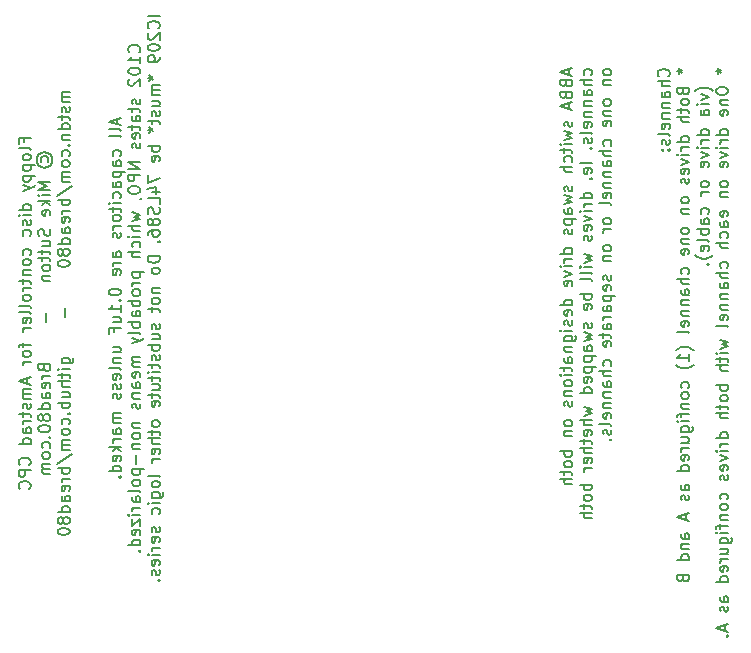
<source format=gbo>
G04 #@! TF.GenerationSoftware,KiCad,Pcbnew,(5.1.12)-1*
G04 #@! TF.CreationDate,2024-01-30T17:24:50+00:00*
G04 #@! TF.ProjectId,CPC-DDI20,4350432d-4444-4493-9230-2e6b69636164,rev?*
G04 #@! TF.SameCoordinates,Original*
G04 #@! TF.FileFunction,Legend,Bot*
G04 #@! TF.FilePolarity,Positive*
%FSLAX46Y46*%
G04 Gerber Fmt 4.6, Leading zero omitted, Abs format (unit mm)*
G04 Created by KiCad (PCBNEW (5.1.12)-1) date 2024-01-30 17:24:50*
%MOMM*%
%LPD*%
G01*
G04 APERTURE LIST*
%ADD10C,0.150000*%
G04 APERTURE END LIST*
D10*
X231056666Y-109507976D02*
X231056666Y-109984166D01*
X231342380Y-109412738D02*
X230342380Y-109746071D01*
X231342380Y-110079404D01*
X230818571Y-110746071D02*
X230866190Y-110888928D01*
X230913809Y-110936547D01*
X231009047Y-110984166D01*
X231151904Y-110984166D01*
X231247142Y-110936547D01*
X231294761Y-110888928D01*
X231342380Y-110793690D01*
X231342380Y-110412738D01*
X230342380Y-110412738D01*
X230342380Y-110746071D01*
X230390000Y-110841309D01*
X230437619Y-110888928D01*
X230532857Y-110936547D01*
X230628095Y-110936547D01*
X230723333Y-110888928D01*
X230770952Y-110841309D01*
X230818571Y-110746071D01*
X230818571Y-110412738D01*
X230818571Y-111746071D02*
X230866190Y-111888928D01*
X230913809Y-111936547D01*
X231009047Y-111984166D01*
X231151904Y-111984166D01*
X231247142Y-111936547D01*
X231294761Y-111888928D01*
X231342380Y-111793690D01*
X231342380Y-111412738D01*
X230342380Y-111412738D01*
X230342380Y-111746071D01*
X230390000Y-111841309D01*
X230437619Y-111888928D01*
X230532857Y-111936547D01*
X230628095Y-111936547D01*
X230723333Y-111888928D01*
X230770952Y-111841309D01*
X230818571Y-111746071D01*
X230818571Y-111412738D01*
X231056666Y-112365119D02*
X231056666Y-112841309D01*
X231342380Y-112269880D02*
X230342380Y-112603214D01*
X231342380Y-112936547D01*
X231294761Y-113984166D02*
X231342380Y-114079404D01*
X231342380Y-114269880D01*
X231294761Y-114365119D01*
X231199523Y-114412738D01*
X231151904Y-114412738D01*
X231056666Y-114365119D01*
X231009047Y-114269880D01*
X231009047Y-114127023D01*
X230961428Y-114031785D01*
X230866190Y-113984166D01*
X230818571Y-113984166D01*
X230723333Y-114031785D01*
X230675714Y-114127023D01*
X230675714Y-114269880D01*
X230723333Y-114365119D01*
X230675714Y-114746071D02*
X231342380Y-114936547D01*
X230866190Y-115127023D01*
X231342380Y-115317500D01*
X230675714Y-115507976D01*
X231342380Y-115888928D02*
X230675714Y-115888928D01*
X230342380Y-115888928D02*
X230390000Y-115841309D01*
X230437619Y-115888928D01*
X230390000Y-115936547D01*
X230342380Y-115888928D01*
X230437619Y-115888928D01*
X230675714Y-116222261D02*
X230675714Y-116603214D01*
X230342380Y-116365119D02*
X231199523Y-116365119D01*
X231294761Y-116412738D01*
X231342380Y-116507976D01*
X231342380Y-116603214D01*
X231294761Y-117365119D02*
X231342380Y-117269880D01*
X231342380Y-117079404D01*
X231294761Y-116984166D01*
X231247142Y-116936547D01*
X231151904Y-116888928D01*
X230866190Y-116888928D01*
X230770952Y-116936547D01*
X230723333Y-116984166D01*
X230675714Y-117079404D01*
X230675714Y-117269880D01*
X230723333Y-117365119D01*
X231342380Y-117793690D02*
X230342380Y-117793690D01*
X231342380Y-118222261D02*
X230818571Y-118222261D01*
X230723333Y-118174642D01*
X230675714Y-118079404D01*
X230675714Y-117936547D01*
X230723333Y-117841309D01*
X230770952Y-117793690D01*
X231294761Y-119412738D02*
X231342380Y-119507976D01*
X231342380Y-119698452D01*
X231294761Y-119793690D01*
X231199523Y-119841309D01*
X231151904Y-119841309D01*
X231056666Y-119793690D01*
X231009047Y-119698452D01*
X231009047Y-119555595D01*
X230961428Y-119460357D01*
X230866190Y-119412738D01*
X230818571Y-119412738D01*
X230723333Y-119460357D01*
X230675714Y-119555595D01*
X230675714Y-119698452D01*
X230723333Y-119793690D01*
X230675714Y-120174642D02*
X231342380Y-120365119D01*
X230866190Y-120555595D01*
X231342380Y-120746071D01*
X230675714Y-120936547D01*
X231342380Y-121746071D02*
X230818571Y-121746071D01*
X230723333Y-121698452D01*
X230675714Y-121603214D01*
X230675714Y-121412738D01*
X230723333Y-121317500D01*
X231294761Y-121746071D02*
X231342380Y-121650833D01*
X231342380Y-121412738D01*
X231294761Y-121317500D01*
X231199523Y-121269880D01*
X231104285Y-121269880D01*
X231009047Y-121317500D01*
X230961428Y-121412738D01*
X230961428Y-121650833D01*
X230913809Y-121746071D01*
X230675714Y-122222261D02*
X231675714Y-122222261D01*
X230723333Y-122222261D02*
X230675714Y-122317500D01*
X230675714Y-122507976D01*
X230723333Y-122603214D01*
X230770952Y-122650833D01*
X230866190Y-122698452D01*
X231151904Y-122698452D01*
X231247142Y-122650833D01*
X231294761Y-122603214D01*
X231342380Y-122507976D01*
X231342380Y-122317500D01*
X231294761Y-122222261D01*
X231294761Y-123079404D02*
X231342380Y-123174642D01*
X231342380Y-123365119D01*
X231294761Y-123460357D01*
X231199523Y-123507976D01*
X231151904Y-123507976D01*
X231056666Y-123460357D01*
X231009047Y-123365119D01*
X231009047Y-123222261D01*
X230961428Y-123127023D01*
X230866190Y-123079404D01*
X230818571Y-123079404D01*
X230723333Y-123127023D01*
X230675714Y-123222261D01*
X230675714Y-123365119D01*
X230723333Y-123460357D01*
X231342380Y-125127023D02*
X230342380Y-125127023D01*
X231294761Y-125127023D02*
X231342380Y-125031785D01*
X231342380Y-124841309D01*
X231294761Y-124746071D01*
X231247142Y-124698452D01*
X231151904Y-124650833D01*
X230866190Y-124650833D01*
X230770952Y-124698452D01*
X230723333Y-124746071D01*
X230675714Y-124841309D01*
X230675714Y-125031785D01*
X230723333Y-125127023D01*
X231342380Y-125603214D02*
X230675714Y-125603214D01*
X230866190Y-125603214D02*
X230770952Y-125650833D01*
X230723333Y-125698452D01*
X230675714Y-125793690D01*
X230675714Y-125888928D01*
X231342380Y-126222261D02*
X230675714Y-126222261D01*
X230342380Y-126222261D02*
X230390000Y-126174642D01*
X230437619Y-126222261D01*
X230390000Y-126269880D01*
X230342380Y-126222261D01*
X230437619Y-126222261D01*
X230675714Y-126603214D02*
X231342380Y-126841309D01*
X230675714Y-127079404D01*
X231294761Y-127841309D02*
X231342380Y-127746071D01*
X231342380Y-127555595D01*
X231294761Y-127460357D01*
X231199523Y-127412738D01*
X230818571Y-127412738D01*
X230723333Y-127460357D01*
X230675714Y-127555595D01*
X230675714Y-127746071D01*
X230723333Y-127841309D01*
X230818571Y-127888928D01*
X230913809Y-127888928D01*
X231009047Y-127412738D01*
X231342380Y-129507976D02*
X230342380Y-129507976D01*
X231294761Y-129507976D02*
X231342380Y-129412738D01*
X231342380Y-129222261D01*
X231294761Y-129127023D01*
X231247142Y-129079404D01*
X231151904Y-129031785D01*
X230866190Y-129031785D01*
X230770952Y-129079404D01*
X230723333Y-129127023D01*
X230675714Y-129222261D01*
X230675714Y-129412738D01*
X230723333Y-129507976D01*
X231294761Y-130365119D02*
X231342380Y-130269880D01*
X231342380Y-130079404D01*
X231294761Y-129984166D01*
X231199523Y-129936547D01*
X230818571Y-129936547D01*
X230723333Y-129984166D01*
X230675714Y-130079404D01*
X230675714Y-130269880D01*
X230723333Y-130365119D01*
X230818571Y-130412738D01*
X230913809Y-130412738D01*
X231009047Y-129936547D01*
X231294761Y-130793690D02*
X231342380Y-130888928D01*
X231342380Y-131079404D01*
X231294761Y-131174642D01*
X231199523Y-131222261D01*
X231151904Y-131222261D01*
X231056666Y-131174642D01*
X231009047Y-131079404D01*
X231009047Y-130936547D01*
X230961428Y-130841309D01*
X230866190Y-130793690D01*
X230818571Y-130793690D01*
X230723333Y-130841309D01*
X230675714Y-130936547D01*
X230675714Y-131079404D01*
X230723333Y-131174642D01*
X231342380Y-131650833D02*
X230675714Y-131650833D01*
X230342380Y-131650833D02*
X230390000Y-131603214D01*
X230437619Y-131650833D01*
X230390000Y-131698452D01*
X230342380Y-131650833D01*
X230437619Y-131650833D01*
X230675714Y-132555595D02*
X231485238Y-132555595D01*
X231580476Y-132507976D01*
X231628095Y-132460357D01*
X231675714Y-132365119D01*
X231675714Y-132222261D01*
X231628095Y-132127023D01*
X231294761Y-132555595D02*
X231342380Y-132460357D01*
X231342380Y-132269880D01*
X231294761Y-132174642D01*
X231247142Y-132127023D01*
X231151904Y-132079404D01*
X230866190Y-132079404D01*
X230770952Y-132127023D01*
X230723333Y-132174642D01*
X230675714Y-132269880D01*
X230675714Y-132460357D01*
X230723333Y-132555595D01*
X230675714Y-133031785D02*
X231342380Y-133031785D01*
X230770952Y-133031785D02*
X230723333Y-133079404D01*
X230675714Y-133174642D01*
X230675714Y-133317500D01*
X230723333Y-133412738D01*
X230818571Y-133460357D01*
X231342380Y-133460357D01*
X231342380Y-134365119D02*
X230818571Y-134365119D01*
X230723333Y-134317500D01*
X230675714Y-134222261D01*
X230675714Y-134031785D01*
X230723333Y-133936547D01*
X231294761Y-134365119D02*
X231342380Y-134269880D01*
X231342380Y-134031785D01*
X231294761Y-133936547D01*
X231199523Y-133888928D01*
X231104285Y-133888928D01*
X231009047Y-133936547D01*
X230961428Y-134031785D01*
X230961428Y-134269880D01*
X230913809Y-134365119D01*
X230675714Y-134698452D02*
X230675714Y-135079404D01*
X230342380Y-134841309D02*
X231199523Y-134841309D01*
X231294761Y-134888928D01*
X231342380Y-134984166D01*
X231342380Y-135079404D01*
X231342380Y-135412738D02*
X230675714Y-135412738D01*
X230342380Y-135412738D02*
X230390000Y-135365119D01*
X230437619Y-135412738D01*
X230390000Y-135460357D01*
X230342380Y-135412738D01*
X230437619Y-135412738D01*
X231342380Y-136031785D02*
X231294761Y-135936547D01*
X231247142Y-135888928D01*
X231151904Y-135841309D01*
X230866190Y-135841309D01*
X230770952Y-135888928D01*
X230723333Y-135936547D01*
X230675714Y-136031785D01*
X230675714Y-136174642D01*
X230723333Y-136269880D01*
X230770952Y-136317500D01*
X230866190Y-136365119D01*
X231151904Y-136365119D01*
X231247142Y-136317500D01*
X231294761Y-136269880D01*
X231342380Y-136174642D01*
X231342380Y-136031785D01*
X230675714Y-136793690D02*
X231342380Y-136793690D01*
X230770952Y-136793690D02*
X230723333Y-136841309D01*
X230675714Y-136936547D01*
X230675714Y-137079404D01*
X230723333Y-137174642D01*
X230818571Y-137222261D01*
X231342380Y-137222261D01*
X231294761Y-137650833D02*
X231342380Y-137746071D01*
X231342380Y-137936547D01*
X231294761Y-138031785D01*
X231199523Y-138079404D01*
X231151904Y-138079404D01*
X231056666Y-138031785D01*
X231009047Y-137936547D01*
X231009047Y-137793690D01*
X230961428Y-137698452D01*
X230866190Y-137650833D01*
X230818571Y-137650833D01*
X230723333Y-137698452D01*
X230675714Y-137793690D01*
X230675714Y-137936547D01*
X230723333Y-138031785D01*
X231342380Y-139412738D02*
X231294761Y-139317500D01*
X231247142Y-139269880D01*
X231151904Y-139222261D01*
X230866190Y-139222261D01*
X230770952Y-139269880D01*
X230723333Y-139317500D01*
X230675714Y-139412738D01*
X230675714Y-139555595D01*
X230723333Y-139650833D01*
X230770952Y-139698452D01*
X230866190Y-139746071D01*
X231151904Y-139746071D01*
X231247142Y-139698452D01*
X231294761Y-139650833D01*
X231342380Y-139555595D01*
X231342380Y-139412738D01*
X230675714Y-140174642D02*
X231342380Y-140174642D01*
X230770952Y-140174642D02*
X230723333Y-140222261D01*
X230675714Y-140317500D01*
X230675714Y-140460357D01*
X230723333Y-140555595D01*
X230818571Y-140603214D01*
X231342380Y-140603214D01*
X231342380Y-141841309D02*
X230342380Y-141841309D01*
X230723333Y-141841309D02*
X230675714Y-141936547D01*
X230675714Y-142127023D01*
X230723333Y-142222261D01*
X230770952Y-142269880D01*
X230866190Y-142317500D01*
X231151904Y-142317500D01*
X231247142Y-142269880D01*
X231294761Y-142222261D01*
X231342380Y-142127023D01*
X231342380Y-141936547D01*
X231294761Y-141841309D01*
X231342380Y-142888928D02*
X231294761Y-142793690D01*
X231247142Y-142746071D01*
X231151904Y-142698452D01*
X230866190Y-142698452D01*
X230770952Y-142746071D01*
X230723333Y-142793690D01*
X230675714Y-142888928D01*
X230675714Y-143031785D01*
X230723333Y-143127023D01*
X230770952Y-143174642D01*
X230866190Y-143222261D01*
X231151904Y-143222261D01*
X231247142Y-143174642D01*
X231294761Y-143127023D01*
X231342380Y-143031785D01*
X231342380Y-142888928D01*
X230675714Y-143507976D02*
X230675714Y-143888928D01*
X230342380Y-143650833D02*
X231199523Y-143650833D01*
X231294761Y-143698452D01*
X231342380Y-143793690D01*
X231342380Y-143888928D01*
X231342380Y-144222261D02*
X230342380Y-144222261D01*
X231342380Y-144650833D02*
X230818571Y-144650833D01*
X230723333Y-144603214D01*
X230675714Y-144507976D01*
X230675714Y-144365119D01*
X230723333Y-144269880D01*
X230770952Y-144222261D01*
X232944761Y-109984166D02*
X232992380Y-109888928D01*
X232992380Y-109698452D01*
X232944761Y-109603214D01*
X232897142Y-109555595D01*
X232801904Y-109507976D01*
X232516190Y-109507976D01*
X232420952Y-109555595D01*
X232373333Y-109603214D01*
X232325714Y-109698452D01*
X232325714Y-109888928D01*
X232373333Y-109984166D01*
X232992380Y-110412738D02*
X231992380Y-110412738D01*
X232992380Y-110841309D02*
X232468571Y-110841309D01*
X232373333Y-110793690D01*
X232325714Y-110698452D01*
X232325714Y-110555595D01*
X232373333Y-110460357D01*
X232420952Y-110412738D01*
X232992380Y-111746071D02*
X232468571Y-111746071D01*
X232373333Y-111698452D01*
X232325714Y-111603214D01*
X232325714Y-111412738D01*
X232373333Y-111317500D01*
X232944761Y-111746071D02*
X232992380Y-111650833D01*
X232992380Y-111412738D01*
X232944761Y-111317500D01*
X232849523Y-111269880D01*
X232754285Y-111269880D01*
X232659047Y-111317500D01*
X232611428Y-111412738D01*
X232611428Y-111650833D01*
X232563809Y-111746071D01*
X232325714Y-112222261D02*
X232992380Y-112222261D01*
X232420952Y-112222261D02*
X232373333Y-112269880D01*
X232325714Y-112365119D01*
X232325714Y-112507976D01*
X232373333Y-112603214D01*
X232468571Y-112650833D01*
X232992380Y-112650833D01*
X232325714Y-113127023D02*
X232992380Y-113127023D01*
X232420952Y-113127023D02*
X232373333Y-113174642D01*
X232325714Y-113269880D01*
X232325714Y-113412738D01*
X232373333Y-113507976D01*
X232468571Y-113555595D01*
X232992380Y-113555595D01*
X232944761Y-114412738D02*
X232992380Y-114317500D01*
X232992380Y-114127023D01*
X232944761Y-114031785D01*
X232849523Y-113984166D01*
X232468571Y-113984166D01*
X232373333Y-114031785D01*
X232325714Y-114127023D01*
X232325714Y-114317500D01*
X232373333Y-114412738D01*
X232468571Y-114460357D01*
X232563809Y-114460357D01*
X232659047Y-113984166D01*
X232992380Y-115031785D02*
X232944761Y-114936547D01*
X232849523Y-114888928D01*
X231992380Y-114888928D01*
X232944761Y-115365119D02*
X232992380Y-115460357D01*
X232992380Y-115650833D01*
X232944761Y-115746071D01*
X232849523Y-115793690D01*
X232801904Y-115793690D01*
X232706666Y-115746071D01*
X232659047Y-115650833D01*
X232659047Y-115507976D01*
X232611428Y-115412738D01*
X232516190Y-115365119D01*
X232468571Y-115365119D01*
X232373333Y-115412738D01*
X232325714Y-115507976D01*
X232325714Y-115650833D01*
X232373333Y-115746071D01*
X232897142Y-116222261D02*
X232944761Y-116269880D01*
X232992380Y-116222261D01*
X232944761Y-116174642D01*
X232897142Y-116222261D01*
X232992380Y-116222261D01*
X232992380Y-117460357D02*
X231992380Y-117460357D01*
X232944761Y-118317500D02*
X232992380Y-118222261D01*
X232992380Y-118031785D01*
X232944761Y-117936547D01*
X232849523Y-117888928D01*
X232468571Y-117888928D01*
X232373333Y-117936547D01*
X232325714Y-118031785D01*
X232325714Y-118222261D01*
X232373333Y-118317500D01*
X232468571Y-118365119D01*
X232563809Y-118365119D01*
X232659047Y-117888928D01*
X232897142Y-118793690D02*
X232944761Y-118841309D01*
X232992380Y-118793690D01*
X232944761Y-118746071D01*
X232897142Y-118793690D01*
X232992380Y-118793690D01*
X232992380Y-120460357D02*
X231992380Y-120460357D01*
X232944761Y-120460357D02*
X232992380Y-120365119D01*
X232992380Y-120174642D01*
X232944761Y-120079404D01*
X232897142Y-120031785D01*
X232801904Y-119984166D01*
X232516190Y-119984166D01*
X232420952Y-120031785D01*
X232373333Y-120079404D01*
X232325714Y-120174642D01*
X232325714Y-120365119D01*
X232373333Y-120460357D01*
X232992380Y-120936547D02*
X232325714Y-120936547D01*
X232516190Y-120936547D02*
X232420952Y-120984166D01*
X232373333Y-121031785D01*
X232325714Y-121127023D01*
X232325714Y-121222261D01*
X232992380Y-121555595D02*
X232325714Y-121555595D01*
X231992380Y-121555595D02*
X232040000Y-121507976D01*
X232087619Y-121555595D01*
X232040000Y-121603214D01*
X231992380Y-121555595D01*
X232087619Y-121555595D01*
X232325714Y-121936547D02*
X232992380Y-122174642D01*
X232325714Y-122412738D01*
X232944761Y-123174642D02*
X232992380Y-123079404D01*
X232992380Y-122888928D01*
X232944761Y-122793690D01*
X232849523Y-122746071D01*
X232468571Y-122746071D01*
X232373333Y-122793690D01*
X232325714Y-122888928D01*
X232325714Y-123079404D01*
X232373333Y-123174642D01*
X232468571Y-123222261D01*
X232563809Y-123222261D01*
X232659047Y-122746071D01*
X232944761Y-123603214D02*
X232992380Y-123698452D01*
X232992380Y-123888928D01*
X232944761Y-123984166D01*
X232849523Y-124031785D01*
X232801904Y-124031785D01*
X232706666Y-123984166D01*
X232659047Y-123888928D01*
X232659047Y-123746071D01*
X232611428Y-123650833D01*
X232516190Y-123603214D01*
X232468571Y-123603214D01*
X232373333Y-123650833D01*
X232325714Y-123746071D01*
X232325714Y-123888928D01*
X232373333Y-123984166D01*
X232325714Y-125127023D02*
X232992380Y-125317500D01*
X232516190Y-125507976D01*
X232992380Y-125698452D01*
X232325714Y-125888928D01*
X232992380Y-126269880D02*
X232325714Y-126269880D01*
X231992380Y-126269880D02*
X232040000Y-126222261D01*
X232087619Y-126269880D01*
X232040000Y-126317500D01*
X231992380Y-126269880D01*
X232087619Y-126269880D01*
X232992380Y-126888928D02*
X232944761Y-126793690D01*
X232849523Y-126746071D01*
X231992380Y-126746071D01*
X232992380Y-127412738D02*
X232944761Y-127317500D01*
X232849523Y-127269880D01*
X231992380Y-127269880D01*
X232992380Y-128555595D02*
X231992380Y-128555595D01*
X232373333Y-128555595D02*
X232325714Y-128650833D01*
X232325714Y-128841309D01*
X232373333Y-128936547D01*
X232420952Y-128984166D01*
X232516190Y-129031785D01*
X232801904Y-129031785D01*
X232897142Y-128984166D01*
X232944761Y-128936547D01*
X232992380Y-128841309D01*
X232992380Y-128650833D01*
X232944761Y-128555595D01*
X232944761Y-129841309D02*
X232992380Y-129746071D01*
X232992380Y-129555595D01*
X232944761Y-129460357D01*
X232849523Y-129412738D01*
X232468571Y-129412738D01*
X232373333Y-129460357D01*
X232325714Y-129555595D01*
X232325714Y-129746071D01*
X232373333Y-129841309D01*
X232468571Y-129888928D01*
X232563809Y-129888928D01*
X232659047Y-129412738D01*
X232944761Y-131031785D02*
X232992380Y-131127023D01*
X232992380Y-131317500D01*
X232944761Y-131412738D01*
X232849523Y-131460357D01*
X232801904Y-131460357D01*
X232706666Y-131412738D01*
X232659047Y-131317500D01*
X232659047Y-131174642D01*
X232611428Y-131079404D01*
X232516190Y-131031785D01*
X232468571Y-131031785D01*
X232373333Y-131079404D01*
X232325714Y-131174642D01*
X232325714Y-131317500D01*
X232373333Y-131412738D01*
X232325714Y-131793690D02*
X232992380Y-131984166D01*
X232516190Y-132174642D01*
X232992380Y-132365119D01*
X232325714Y-132555595D01*
X232992380Y-133365119D02*
X232468571Y-133365119D01*
X232373333Y-133317500D01*
X232325714Y-133222261D01*
X232325714Y-133031785D01*
X232373333Y-132936547D01*
X232944761Y-133365119D02*
X232992380Y-133269880D01*
X232992380Y-133031785D01*
X232944761Y-132936547D01*
X232849523Y-132888928D01*
X232754285Y-132888928D01*
X232659047Y-132936547D01*
X232611428Y-133031785D01*
X232611428Y-133269880D01*
X232563809Y-133365119D01*
X232325714Y-133841309D02*
X233325714Y-133841309D01*
X232373333Y-133841309D02*
X232325714Y-133936547D01*
X232325714Y-134127023D01*
X232373333Y-134222261D01*
X232420952Y-134269880D01*
X232516190Y-134317500D01*
X232801904Y-134317500D01*
X232897142Y-134269880D01*
X232944761Y-134222261D01*
X232992380Y-134127023D01*
X232992380Y-133936547D01*
X232944761Y-133841309D01*
X232325714Y-134746071D02*
X233325714Y-134746071D01*
X232373333Y-134746071D02*
X232325714Y-134841309D01*
X232325714Y-135031785D01*
X232373333Y-135127023D01*
X232420952Y-135174642D01*
X232516190Y-135222261D01*
X232801904Y-135222261D01*
X232897142Y-135174642D01*
X232944761Y-135127023D01*
X232992380Y-135031785D01*
X232992380Y-134841309D01*
X232944761Y-134746071D01*
X232944761Y-136031785D02*
X232992380Y-135936547D01*
X232992380Y-135746071D01*
X232944761Y-135650833D01*
X232849523Y-135603214D01*
X232468571Y-135603214D01*
X232373333Y-135650833D01*
X232325714Y-135746071D01*
X232325714Y-135936547D01*
X232373333Y-136031785D01*
X232468571Y-136079404D01*
X232563809Y-136079404D01*
X232659047Y-135603214D01*
X232992380Y-136936547D02*
X231992380Y-136936547D01*
X232944761Y-136936547D02*
X232992380Y-136841309D01*
X232992380Y-136650833D01*
X232944761Y-136555595D01*
X232897142Y-136507976D01*
X232801904Y-136460357D01*
X232516190Y-136460357D01*
X232420952Y-136507976D01*
X232373333Y-136555595D01*
X232325714Y-136650833D01*
X232325714Y-136841309D01*
X232373333Y-136936547D01*
X232325714Y-138079404D02*
X232992380Y-138269880D01*
X232516190Y-138460357D01*
X232992380Y-138650833D01*
X232325714Y-138841309D01*
X232992380Y-139222261D02*
X231992380Y-139222261D01*
X232992380Y-139650833D02*
X232468571Y-139650833D01*
X232373333Y-139603214D01*
X232325714Y-139507976D01*
X232325714Y-139365119D01*
X232373333Y-139269880D01*
X232420952Y-139222261D01*
X232944761Y-140507976D02*
X232992380Y-140412738D01*
X232992380Y-140222261D01*
X232944761Y-140127023D01*
X232849523Y-140079404D01*
X232468571Y-140079404D01*
X232373333Y-140127023D01*
X232325714Y-140222261D01*
X232325714Y-140412738D01*
X232373333Y-140507976D01*
X232468571Y-140555595D01*
X232563809Y-140555595D01*
X232659047Y-140079404D01*
X232325714Y-140841309D02*
X232325714Y-141222261D01*
X231992380Y-140984166D02*
X232849523Y-140984166D01*
X232944761Y-141031785D01*
X232992380Y-141127023D01*
X232992380Y-141222261D01*
X232992380Y-141555595D02*
X231992380Y-141555595D01*
X232992380Y-141984166D02*
X232468571Y-141984166D01*
X232373333Y-141936547D01*
X232325714Y-141841309D01*
X232325714Y-141698452D01*
X232373333Y-141603214D01*
X232420952Y-141555595D01*
X232944761Y-142841309D02*
X232992380Y-142746071D01*
X232992380Y-142555595D01*
X232944761Y-142460357D01*
X232849523Y-142412738D01*
X232468571Y-142412738D01*
X232373333Y-142460357D01*
X232325714Y-142555595D01*
X232325714Y-142746071D01*
X232373333Y-142841309D01*
X232468571Y-142888928D01*
X232563809Y-142888928D01*
X232659047Y-142412738D01*
X232992380Y-143317500D02*
X232325714Y-143317500D01*
X232516190Y-143317500D02*
X232420952Y-143365119D01*
X232373333Y-143412738D01*
X232325714Y-143507976D01*
X232325714Y-143603214D01*
X232992380Y-144698452D02*
X231992380Y-144698452D01*
X232373333Y-144698452D02*
X232325714Y-144793690D01*
X232325714Y-144984166D01*
X232373333Y-145079404D01*
X232420952Y-145127023D01*
X232516190Y-145174642D01*
X232801904Y-145174642D01*
X232897142Y-145127023D01*
X232944761Y-145079404D01*
X232992380Y-144984166D01*
X232992380Y-144793690D01*
X232944761Y-144698452D01*
X232992380Y-145746071D02*
X232944761Y-145650833D01*
X232897142Y-145603214D01*
X232801904Y-145555595D01*
X232516190Y-145555595D01*
X232420952Y-145603214D01*
X232373333Y-145650833D01*
X232325714Y-145746071D01*
X232325714Y-145888928D01*
X232373333Y-145984166D01*
X232420952Y-146031785D01*
X232516190Y-146079404D01*
X232801904Y-146079404D01*
X232897142Y-146031785D01*
X232944761Y-145984166D01*
X232992380Y-145888928D01*
X232992380Y-145746071D01*
X232325714Y-146365119D02*
X232325714Y-146746071D01*
X231992380Y-146507976D02*
X232849523Y-146507976D01*
X232944761Y-146555595D01*
X232992380Y-146650833D01*
X232992380Y-146746071D01*
X232992380Y-147079404D02*
X231992380Y-147079404D01*
X232992380Y-147507976D02*
X232468571Y-147507976D01*
X232373333Y-147460357D01*
X232325714Y-147365119D01*
X232325714Y-147222261D01*
X232373333Y-147127023D01*
X232420952Y-147079404D01*
X234642380Y-109698452D02*
X234594761Y-109603214D01*
X234547142Y-109555595D01*
X234451904Y-109507976D01*
X234166190Y-109507976D01*
X234070952Y-109555595D01*
X234023333Y-109603214D01*
X233975714Y-109698452D01*
X233975714Y-109841309D01*
X234023333Y-109936547D01*
X234070952Y-109984166D01*
X234166190Y-110031785D01*
X234451904Y-110031785D01*
X234547142Y-109984166D01*
X234594761Y-109936547D01*
X234642380Y-109841309D01*
X234642380Y-109698452D01*
X233975714Y-110460357D02*
X234642380Y-110460357D01*
X234070952Y-110460357D02*
X234023333Y-110507976D01*
X233975714Y-110603214D01*
X233975714Y-110746071D01*
X234023333Y-110841309D01*
X234118571Y-110888928D01*
X234642380Y-110888928D01*
X234642380Y-112269880D02*
X234594761Y-112174642D01*
X234547142Y-112127023D01*
X234451904Y-112079404D01*
X234166190Y-112079404D01*
X234070952Y-112127023D01*
X234023333Y-112174642D01*
X233975714Y-112269880D01*
X233975714Y-112412738D01*
X234023333Y-112507976D01*
X234070952Y-112555595D01*
X234166190Y-112603214D01*
X234451904Y-112603214D01*
X234547142Y-112555595D01*
X234594761Y-112507976D01*
X234642380Y-112412738D01*
X234642380Y-112269880D01*
X233975714Y-113031785D02*
X234642380Y-113031785D01*
X234070952Y-113031785D02*
X234023333Y-113079404D01*
X233975714Y-113174642D01*
X233975714Y-113317500D01*
X234023333Y-113412738D01*
X234118571Y-113460357D01*
X234642380Y-113460357D01*
X234594761Y-114317500D02*
X234642380Y-114222261D01*
X234642380Y-114031785D01*
X234594761Y-113936547D01*
X234499523Y-113888928D01*
X234118571Y-113888928D01*
X234023333Y-113936547D01*
X233975714Y-114031785D01*
X233975714Y-114222261D01*
X234023333Y-114317500D01*
X234118571Y-114365119D01*
X234213809Y-114365119D01*
X234309047Y-113888928D01*
X234594761Y-115984166D02*
X234642380Y-115888928D01*
X234642380Y-115698452D01*
X234594761Y-115603214D01*
X234547142Y-115555595D01*
X234451904Y-115507976D01*
X234166190Y-115507976D01*
X234070952Y-115555595D01*
X234023333Y-115603214D01*
X233975714Y-115698452D01*
X233975714Y-115888928D01*
X234023333Y-115984166D01*
X234642380Y-116412738D02*
X233642380Y-116412738D01*
X234642380Y-116841309D02*
X234118571Y-116841309D01*
X234023333Y-116793690D01*
X233975714Y-116698452D01*
X233975714Y-116555595D01*
X234023333Y-116460357D01*
X234070952Y-116412738D01*
X234642380Y-117746071D02*
X234118571Y-117746071D01*
X234023333Y-117698452D01*
X233975714Y-117603214D01*
X233975714Y-117412738D01*
X234023333Y-117317500D01*
X234594761Y-117746071D02*
X234642380Y-117650833D01*
X234642380Y-117412738D01*
X234594761Y-117317500D01*
X234499523Y-117269880D01*
X234404285Y-117269880D01*
X234309047Y-117317500D01*
X234261428Y-117412738D01*
X234261428Y-117650833D01*
X234213809Y-117746071D01*
X233975714Y-118222261D02*
X234642380Y-118222261D01*
X234070952Y-118222261D02*
X234023333Y-118269880D01*
X233975714Y-118365119D01*
X233975714Y-118507976D01*
X234023333Y-118603214D01*
X234118571Y-118650833D01*
X234642380Y-118650833D01*
X233975714Y-119127023D02*
X234642380Y-119127023D01*
X234070952Y-119127023D02*
X234023333Y-119174642D01*
X233975714Y-119269880D01*
X233975714Y-119412738D01*
X234023333Y-119507976D01*
X234118571Y-119555595D01*
X234642380Y-119555595D01*
X234594761Y-120412738D02*
X234642380Y-120317500D01*
X234642380Y-120127023D01*
X234594761Y-120031785D01*
X234499523Y-119984166D01*
X234118571Y-119984166D01*
X234023333Y-120031785D01*
X233975714Y-120127023D01*
X233975714Y-120317500D01*
X234023333Y-120412738D01*
X234118571Y-120460357D01*
X234213809Y-120460357D01*
X234309047Y-119984166D01*
X234642380Y-121031785D02*
X234594761Y-120936547D01*
X234499523Y-120888928D01*
X233642380Y-120888928D01*
X234642380Y-122317500D02*
X234594761Y-122222261D01*
X234547142Y-122174642D01*
X234451904Y-122127023D01*
X234166190Y-122127023D01*
X234070952Y-122174642D01*
X234023333Y-122222261D01*
X233975714Y-122317500D01*
X233975714Y-122460357D01*
X234023333Y-122555595D01*
X234070952Y-122603214D01*
X234166190Y-122650833D01*
X234451904Y-122650833D01*
X234547142Y-122603214D01*
X234594761Y-122555595D01*
X234642380Y-122460357D01*
X234642380Y-122317500D01*
X234642380Y-123079404D02*
X233975714Y-123079404D01*
X234166190Y-123079404D02*
X234070952Y-123127023D01*
X234023333Y-123174642D01*
X233975714Y-123269880D01*
X233975714Y-123365119D01*
X234642380Y-124603214D02*
X234594761Y-124507976D01*
X234547142Y-124460357D01*
X234451904Y-124412738D01*
X234166190Y-124412738D01*
X234070952Y-124460357D01*
X234023333Y-124507976D01*
X233975714Y-124603214D01*
X233975714Y-124746071D01*
X234023333Y-124841309D01*
X234070952Y-124888928D01*
X234166190Y-124936547D01*
X234451904Y-124936547D01*
X234547142Y-124888928D01*
X234594761Y-124841309D01*
X234642380Y-124746071D01*
X234642380Y-124603214D01*
X233975714Y-125365119D02*
X234642380Y-125365119D01*
X234070952Y-125365119D02*
X234023333Y-125412738D01*
X233975714Y-125507976D01*
X233975714Y-125650833D01*
X234023333Y-125746071D01*
X234118571Y-125793690D01*
X234642380Y-125793690D01*
X234594761Y-126984166D02*
X234642380Y-127079404D01*
X234642380Y-127269880D01*
X234594761Y-127365119D01*
X234499523Y-127412738D01*
X234451904Y-127412738D01*
X234356666Y-127365119D01*
X234309047Y-127269880D01*
X234309047Y-127127023D01*
X234261428Y-127031785D01*
X234166190Y-126984166D01*
X234118571Y-126984166D01*
X234023333Y-127031785D01*
X233975714Y-127127023D01*
X233975714Y-127269880D01*
X234023333Y-127365119D01*
X234594761Y-128222261D02*
X234642380Y-128127023D01*
X234642380Y-127936547D01*
X234594761Y-127841309D01*
X234499523Y-127793690D01*
X234118571Y-127793690D01*
X234023333Y-127841309D01*
X233975714Y-127936547D01*
X233975714Y-128127023D01*
X234023333Y-128222261D01*
X234118571Y-128269880D01*
X234213809Y-128269880D01*
X234309047Y-127793690D01*
X233975714Y-128698452D02*
X234975714Y-128698452D01*
X234023333Y-128698452D02*
X233975714Y-128793690D01*
X233975714Y-128984166D01*
X234023333Y-129079404D01*
X234070952Y-129127023D01*
X234166190Y-129174642D01*
X234451904Y-129174642D01*
X234547142Y-129127023D01*
X234594761Y-129079404D01*
X234642380Y-128984166D01*
X234642380Y-128793690D01*
X234594761Y-128698452D01*
X234642380Y-130031785D02*
X234118571Y-130031785D01*
X234023333Y-129984166D01*
X233975714Y-129888928D01*
X233975714Y-129698452D01*
X234023333Y-129603214D01*
X234594761Y-130031785D02*
X234642380Y-129936547D01*
X234642380Y-129698452D01*
X234594761Y-129603214D01*
X234499523Y-129555595D01*
X234404285Y-129555595D01*
X234309047Y-129603214D01*
X234261428Y-129698452D01*
X234261428Y-129936547D01*
X234213809Y-130031785D01*
X234642380Y-130507976D02*
X233975714Y-130507976D01*
X234166190Y-130507976D02*
X234070952Y-130555595D01*
X234023333Y-130603214D01*
X233975714Y-130698452D01*
X233975714Y-130793690D01*
X234642380Y-131555595D02*
X234118571Y-131555595D01*
X234023333Y-131507976D01*
X233975714Y-131412738D01*
X233975714Y-131222261D01*
X234023333Y-131127023D01*
X234594761Y-131555595D02*
X234642380Y-131460357D01*
X234642380Y-131222261D01*
X234594761Y-131127023D01*
X234499523Y-131079404D01*
X234404285Y-131079404D01*
X234309047Y-131127023D01*
X234261428Y-131222261D01*
X234261428Y-131460357D01*
X234213809Y-131555595D01*
X233975714Y-131888928D02*
X233975714Y-132269880D01*
X233642380Y-132031785D02*
X234499523Y-132031785D01*
X234594761Y-132079404D01*
X234642380Y-132174642D01*
X234642380Y-132269880D01*
X234594761Y-132984166D02*
X234642380Y-132888928D01*
X234642380Y-132698452D01*
X234594761Y-132603214D01*
X234499523Y-132555595D01*
X234118571Y-132555595D01*
X234023333Y-132603214D01*
X233975714Y-132698452D01*
X233975714Y-132888928D01*
X234023333Y-132984166D01*
X234118571Y-133031785D01*
X234213809Y-133031785D01*
X234309047Y-132555595D01*
X234594761Y-134650833D02*
X234642380Y-134555595D01*
X234642380Y-134365119D01*
X234594761Y-134269880D01*
X234547142Y-134222261D01*
X234451904Y-134174642D01*
X234166190Y-134174642D01*
X234070952Y-134222261D01*
X234023333Y-134269880D01*
X233975714Y-134365119D01*
X233975714Y-134555595D01*
X234023333Y-134650833D01*
X234642380Y-135079404D02*
X233642380Y-135079404D01*
X234642380Y-135507976D02*
X234118571Y-135507976D01*
X234023333Y-135460357D01*
X233975714Y-135365119D01*
X233975714Y-135222261D01*
X234023333Y-135127023D01*
X234070952Y-135079404D01*
X234642380Y-136412738D02*
X234118571Y-136412738D01*
X234023333Y-136365119D01*
X233975714Y-136269880D01*
X233975714Y-136079404D01*
X234023333Y-135984166D01*
X234594761Y-136412738D02*
X234642380Y-136317500D01*
X234642380Y-136079404D01*
X234594761Y-135984166D01*
X234499523Y-135936547D01*
X234404285Y-135936547D01*
X234309047Y-135984166D01*
X234261428Y-136079404D01*
X234261428Y-136317500D01*
X234213809Y-136412738D01*
X233975714Y-136888928D02*
X234642380Y-136888928D01*
X234070952Y-136888928D02*
X234023333Y-136936547D01*
X233975714Y-137031785D01*
X233975714Y-137174642D01*
X234023333Y-137269880D01*
X234118571Y-137317500D01*
X234642380Y-137317500D01*
X233975714Y-137793690D02*
X234642380Y-137793690D01*
X234070952Y-137793690D02*
X234023333Y-137841309D01*
X233975714Y-137936547D01*
X233975714Y-138079404D01*
X234023333Y-138174642D01*
X234118571Y-138222261D01*
X234642380Y-138222261D01*
X234594761Y-139079404D02*
X234642380Y-138984166D01*
X234642380Y-138793690D01*
X234594761Y-138698452D01*
X234499523Y-138650833D01*
X234118571Y-138650833D01*
X234023333Y-138698452D01*
X233975714Y-138793690D01*
X233975714Y-138984166D01*
X234023333Y-139079404D01*
X234118571Y-139127023D01*
X234213809Y-139127023D01*
X234309047Y-138650833D01*
X234642380Y-139698452D02*
X234594761Y-139603214D01*
X234499523Y-139555595D01*
X233642380Y-139555595D01*
X234594761Y-140031785D02*
X234642380Y-140127023D01*
X234642380Y-140317500D01*
X234594761Y-140412738D01*
X234499523Y-140460357D01*
X234451904Y-140460357D01*
X234356666Y-140412738D01*
X234309047Y-140317500D01*
X234309047Y-140174642D01*
X234261428Y-140079404D01*
X234166190Y-140031785D01*
X234118571Y-140031785D01*
X234023333Y-140079404D01*
X233975714Y-140174642D01*
X233975714Y-140317500D01*
X234023333Y-140412738D01*
X234547142Y-140888928D02*
X234594761Y-140936547D01*
X234642380Y-140888928D01*
X234594761Y-140841309D01*
X234547142Y-140888928D01*
X234642380Y-140888928D01*
X239497142Y-110127023D02*
X239544761Y-110079404D01*
X239592380Y-109936547D01*
X239592380Y-109841309D01*
X239544761Y-109698452D01*
X239449523Y-109603214D01*
X239354285Y-109555595D01*
X239163809Y-109507976D01*
X239020952Y-109507976D01*
X238830476Y-109555595D01*
X238735238Y-109603214D01*
X238640000Y-109698452D01*
X238592380Y-109841309D01*
X238592380Y-109936547D01*
X238640000Y-110079404D01*
X238687619Y-110127023D01*
X239592380Y-110555595D02*
X238592380Y-110555595D01*
X239592380Y-110984166D02*
X239068571Y-110984166D01*
X238973333Y-110936547D01*
X238925714Y-110841309D01*
X238925714Y-110698452D01*
X238973333Y-110603214D01*
X239020952Y-110555595D01*
X239592380Y-111888928D02*
X239068571Y-111888928D01*
X238973333Y-111841309D01*
X238925714Y-111746071D01*
X238925714Y-111555595D01*
X238973333Y-111460357D01*
X239544761Y-111888928D02*
X239592380Y-111793690D01*
X239592380Y-111555595D01*
X239544761Y-111460357D01*
X239449523Y-111412738D01*
X239354285Y-111412738D01*
X239259047Y-111460357D01*
X239211428Y-111555595D01*
X239211428Y-111793690D01*
X239163809Y-111888928D01*
X238925714Y-112365119D02*
X239592380Y-112365119D01*
X239020952Y-112365119D02*
X238973333Y-112412738D01*
X238925714Y-112507976D01*
X238925714Y-112650833D01*
X238973333Y-112746071D01*
X239068571Y-112793690D01*
X239592380Y-112793690D01*
X238925714Y-113269880D02*
X239592380Y-113269880D01*
X239020952Y-113269880D02*
X238973333Y-113317500D01*
X238925714Y-113412738D01*
X238925714Y-113555595D01*
X238973333Y-113650833D01*
X239068571Y-113698452D01*
X239592380Y-113698452D01*
X239544761Y-114555595D02*
X239592380Y-114460357D01*
X239592380Y-114269880D01*
X239544761Y-114174642D01*
X239449523Y-114127023D01*
X239068571Y-114127023D01*
X238973333Y-114174642D01*
X238925714Y-114269880D01*
X238925714Y-114460357D01*
X238973333Y-114555595D01*
X239068571Y-114603214D01*
X239163809Y-114603214D01*
X239259047Y-114127023D01*
X239592380Y-115174642D02*
X239544761Y-115079404D01*
X239449523Y-115031785D01*
X238592380Y-115031785D01*
X239544761Y-115507976D02*
X239592380Y-115603214D01*
X239592380Y-115793690D01*
X239544761Y-115888928D01*
X239449523Y-115936547D01*
X239401904Y-115936547D01*
X239306666Y-115888928D01*
X239259047Y-115793690D01*
X239259047Y-115650833D01*
X239211428Y-115555595D01*
X239116190Y-115507976D01*
X239068571Y-115507976D01*
X238973333Y-115555595D01*
X238925714Y-115650833D01*
X238925714Y-115793690D01*
X238973333Y-115888928D01*
X239497142Y-116365119D02*
X239544761Y-116412738D01*
X239592380Y-116365119D01*
X239544761Y-116317500D01*
X239497142Y-116365119D01*
X239592380Y-116365119D01*
X238973333Y-116365119D02*
X239020952Y-116412738D01*
X239068571Y-116365119D01*
X239020952Y-116317500D01*
X238973333Y-116365119D01*
X239068571Y-116365119D01*
X240242380Y-109698452D02*
X240480476Y-109698452D01*
X240385238Y-109460357D02*
X240480476Y-109698452D01*
X240385238Y-109936547D01*
X240670952Y-109555595D02*
X240480476Y-109698452D01*
X240670952Y-109841309D01*
X240718571Y-111412738D02*
X240766190Y-111555595D01*
X240813809Y-111603214D01*
X240909047Y-111650833D01*
X241051904Y-111650833D01*
X241147142Y-111603214D01*
X241194761Y-111555595D01*
X241242380Y-111460357D01*
X241242380Y-111079404D01*
X240242380Y-111079404D01*
X240242380Y-111412738D01*
X240290000Y-111507976D01*
X240337619Y-111555595D01*
X240432857Y-111603214D01*
X240528095Y-111603214D01*
X240623333Y-111555595D01*
X240670952Y-111507976D01*
X240718571Y-111412738D01*
X240718571Y-111079404D01*
X241242380Y-112222261D02*
X241194761Y-112127023D01*
X241147142Y-112079404D01*
X241051904Y-112031785D01*
X240766190Y-112031785D01*
X240670952Y-112079404D01*
X240623333Y-112127023D01*
X240575714Y-112222261D01*
X240575714Y-112365119D01*
X240623333Y-112460357D01*
X240670952Y-112507976D01*
X240766190Y-112555595D01*
X241051904Y-112555595D01*
X241147142Y-112507976D01*
X241194761Y-112460357D01*
X241242380Y-112365119D01*
X241242380Y-112222261D01*
X240575714Y-112841309D02*
X240575714Y-113222261D01*
X240242380Y-112984166D02*
X241099523Y-112984166D01*
X241194761Y-113031785D01*
X241242380Y-113127023D01*
X241242380Y-113222261D01*
X241242380Y-113555595D02*
X240242380Y-113555595D01*
X241242380Y-113984166D02*
X240718571Y-113984166D01*
X240623333Y-113936547D01*
X240575714Y-113841309D01*
X240575714Y-113698452D01*
X240623333Y-113603214D01*
X240670952Y-113555595D01*
X241242380Y-115650833D02*
X240242380Y-115650833D01*
X241194761Y-115650833D02*
X241242380Y-115555595D01*
X241242380Y-115365119D01*
X241194761Y-115269880D01*
X241147142Y-115222261D01*
X241051904Y-115174642D01*
X240766190Y-115174642D01*
X240670952Y-115222261D01*
X240623333Y-115269880D01*
X240575714Y-115365119D01*
X240575714Y-115555595D01*
X240623333Y-115650833D01*
X241242380Y-116127023D02*
X240575714Y-116127023D01*
X240766190Y-116127023D02*
X240670952Y-116174642D01*
X240623333Y-116222261D01*
X240575714Y-116317500D01*
X240575714Y-116412738D01*
X241242380Y-116746071D02*
X240575714Y-116746071D01*
X240242380Y-116746071D02*
X240290000Y-116698452D01*
X240337619Y-116746071D01*
X240290000Y-116793690D01*
X240242380Y-116746071D01*
X240337619Y-116746071D01*
X240575714Y-117127023D02*
X241242380Y-117365119D01*
X240575714Y-117603214D01*
X241194761Y-118365119D02*
X241242380Y-118269880D01*
X241242380Y-118079404D01*
X241194761Y-117984166D01*
X241099523Y-117936547D01*
X240718571Y-117936547D01*
X240623333Y-117984166D01*
X240575714Y-118079404D01*
X240575714Y-118269880D01*
X240623333Y-118365119D01*
X240718571Y-118412738D01*
X240813809Y-118412738D01*
X240909047Y-117936547D01*
X241194761Y-118793690D02*
X241242380Y-118888928D01*
X241242380Y-119079404D01*
X241194761Y-119174642D01*
X241099523Y-119222261D01*
X241051904Y-119222261D01*
X240956666Y-119174642D01*
X240909047Y-119079404D01*
X240909047Y-118936547D01*
X240861428Y-118841309D01*
X240766190Y-118793690D01*
X240718571Y-118793690D01*
X240623333Y-118841309D01*
X240575714Y-118936547D01*
X240575714Y-119079404D01*
X240623333Y-119174642D01*
X241242380Y-120555595D02*
X241194761Y-120460357D01*
X241147142Y-120412738D01*
X241051904Y-120365119D01*
X240766190Y-120365119D01*
X240670952Y-120412738D01*
X240623333Y-120460357D01*
X240575714Y-120555595D01*
X240575714Y-120698452D01*
X240623333Y-120793690D01*
X240670952Y-120841309D01*
X240766190Y-120888928D01*
X241051904Y-120888928D01*
X241147142Y-120841309D01*
X241194761Y-120793690D01*
X241242380Y-120698452D01*
X241242380Y-120555595D01*
X240575714Y-121317500D02*
X241242380Y-121317500D01*
X240670952Y-121317500D02*
X240623333Y-121365119D01*
X240575714Y-121460357D01*
X240575714Y-121603214D01*
X240623333Y-121698452D01*
X240718571Y-121746071D01*
X241242380Y-121746071D01*
X241242380Y-123127023D02*
X241194761Y-123031785D01*
X241147142Y-122984166D01*
X241051904Y-122936547D01*
X240766190Y-122936547D01*
X240670952Y-122984166D01*
X240623333Y-123031785D01*
X240575714Y-123127023D01*
X240575714Y-123269880D01*
X240623333Y-123365119D01*
X240670952Y-123412738D01*
X240766190Y-123460357D01*
X241051904Y-123460357D01*
X241147142Y-123412738D01*
X241194761Y-123365119D01*
X241242380Y-123269880D01*
X241242380Y-123127023D01*
X240575714Y-123888928D02*
X241242380Y-123888928D01*
X240670952Y-123888928D02*
X240623333Y-123936547D01*
X240575714Y-124031785D01*
X240575714Y-124174642D01*
X240623333Y-124269880D01*
X240718571Y-124317500D01*
X241242380Y-124317500D01*
X241194761Y-125174642D02*
X241242380Y-125079404D01*
X241242380Y-124888928D01*
X241194761Y-124793690D01*
X241099523Y-124746071D01*
X240718571Y-124746071D01*
X240623333Y-124793690D01*
X240575714Y-124888928D01*
X240575714Y-125079404D01*
X240623333Y-125174642D01*
X240718571Y-125222261D01*
X240813809Y-125222261D01*
X240909047Y-124746071D01*
X241194761Y-126841309D02*
X241242380Y-126746071D01*
X241242380Y-126555595D01*
X241194761Y-126460357D01*
X241147142Y-126412738D01*
X241051904Y-126365119D01*
X240766190Y-126365119D01*
X240670952Y-126412738D01*
X240623333Y-126460357D01*
X240575714Y-126555595D01*
X240575714Y-126746071D01*
X240623333Y-126841309D01*
X241242380Y-127269880D02*
X240242380Y-127269880D01*
X241242380Y-127698452D02*
X240718571Y-127698452D01*
X240623333Y-127650833D01*
X240575714Y-127555595D01*
X240575714Y-127412738D01*
X240623333Y-127317500D01*
X240670952Y-127269880D01*
X241242380Y-128603214D02*
X240718571Y-128603214D01*
X240623333Y-128555595D01*
X240575714Y-128460357D01*
X240575714Y-128269880D01*
X240623333Y-128174642D01*
X241194761Y-128603214D02*
X241242380Y-128507976D01*
X241242380Y-128269880D01*
X241194761Y-128174642D01*
X241099523Y-128127023D01*
X241004285Y-128127023D01*
X240909047Y-128174642D01*
X240861428Y-128269880D01*
X240861428Y-128507976D01*
X240813809Y-128603214D01*
X240575714Y-129079404D02*
X241242380Y-129079404D01*
X240670952Y-129079404D02*
X240623333Y-129127023D01*
X240575714Y-129222261D01*
X240575714Y-129365119D01*
X240623333Y-129460357D01*
X240718571Y-129507976D01*
X241242380Y-129507976D01*
X240575714Y-129984166D02*
X241242380Y-129984166D01*
X240670952Y-129984166D02*
X240623333Y-130031785D01*
X240575714Y-130127023D01*
X240575714Y-130269880D01*
X240623333Y-130365119D01*
X240718571Y-130412738D01*
X241242380Y-130412738D01*
X241194761Y-131269880D02*
X241242380Y-131174642D01*
X241242380Y-130984166D01*
X241194761Y-130888928D01*
X241099523Y-130841309D01*
X240718571Y-130841309D01*
X240623333Y-130888928D01*
X240575714Y-130984166D01*
X240575714Y-131174642D01*
X240623333Y-131269880D01*
X240718571Y-131317500D01*
X240813809Y-131317500D01*
X240909047Y-130841309D01*
X241242380Y-131888928D02*
X241194761Y-131793690D01*
X241099523Y-131746071D01*
X240242380Y-131746071D01*
X241623333Y-133317500D02*
X241575714Y-133269880D01*
X241432857Y-133174642D01*
X241337619Y-133127023D01*
X241194761Y-133079404D01*
X240956666Y-133031785D01*
X240766190Y-133031785D01*
X240528095Y-133079404D01*
X240385238Y-133127023D01*
X240290000Y-133174642D01*
X240147142Y-133269880D01*
X240099523Y-133317500D01*
X241242380Y-134222261D02*
X241242380Y-133650833D01*
X241242380Y-133936547D02*
X240242380Y-133936547D01*
X240385238Y-133841309D01*
X240480476Y-133746071D01*
X240528095Y-133650833D01*
X241623333Y-134555595D02*
X241575714Y-134603214D01*
X241432857Y-134698452D01*
X241337619Y-134746071D01*
X241194761Y-134793690D01*
X240956666Y-134841309D01*
X240766190Y-134841309D01*
X240528095Y-134793690D01*
X240385238Y-134746071D01*
X240290000Y-134698452D01*
X240147142Y-134603214D01*
X240099523Y-134555595D01*
X241194761Y-136507976D02*
X241242380Y-136412738D01*
X241242380Y-136222261D01*
X241194761Y-136127023D01*
X241147142Y-136079404D01*
X241051904Y-136031785D01*
X240766190Y-136031785D01*
X240670952Y-136079404D01*
X240623333Y-136127023D01*
X240575714Y-136222261D01*
X240575714Y-136412738D01*
X240623333Y-136507976D01*
X241242380Y-137079404D02*
X241194761Y-136984166D01*
X241147142Y-136936547D01*
X241051904Y-136888928D01*
X240766190Y-136888928D01*
X240670952Y-136936547D01*
X240623333Y-136984166D01*
X240575714Y-137079404D01*
X240575714Y-137222261D01*
X240623333Y-137317500D01*
X240670952Y-137365119D01*
X240766190Y-137412738D01*
X241051904Y-137412738D01*
X241147142Y-137365119D01*
X241194761Y-137317500D01*
X241242380Y-137222261D01*
X241242380Y-137079404D01*
X240575714Y-137841309D02*
X241242380Y-137841309D01*
X240670952Y-137841309D02*
X240623333Y-137888928D01*
X240575714Y-137984166D01*
X240575714Y-138127023D01*
X240623333Y-138222261D01*
X240718571Y-138269880D01*
X241242380Y-138269880D01*
X240575714Y-138603214D02*
X240575714Y-138984166D01*
X241242380Y-138746071D02*
X240385238Y-138746071D01*
X240290000Y-138793690D01*
X240242380Y-138888928D01*
X240242380Y-138984166D01*
X241242380Y-139317500D02*
X240575714Y-139317500D01*
X240242380Y-139317500D02*
X240290000Y-139269880D01*
X240337619Y-139317500D01*
X240290000Y-139365119D01*
X240242380Y-139317500D01*
X240337619Y-139317500D01*
X240575714Y-140222261D02*
X241385238Y-140222261D01*
X241480476Y-140174642D01*
X241528095Y-140127023D01*
X241575714Y-140031785D01*
X241575714Y-139888928D01*
X241528095Y-139793690D01*
X241194761Y-140222261D02*
X241242380Y-140127023D01*
X241242380Y-139936547D01*
X241194761Y-139841309D01*
X241147142Y-139793690D01*
X241051904Y-139746071D01*
X240766190Y-139746071D01*
X240670952Y-139793690D01*
X240623333Y-139841309D01*
X240575714Y-139936547D01*
X240575714Y-140127023D01*
X240623333Y-140222261D01*
X240575714Y-141127023D02*
X241242380Y-141127023D01*
X240575714Y-140698452D02*
X241099523Y-140698452D01*
X241194761Y-140746071D01*
X241242380Y-140841309D01*
X241242380Y-140984166D01*
X241194761Y-141079404D01*
X241147142Y-141127023D01*
X241242380Y-141603214D02*
X240575714Y-141603214D01*
X240766190Y-141603214D02*
X240670952Y-141650833D01*
X240623333Y-141698452D01*
X240575714Y-141793690D01*
X240575714Y-141888928D01*
X241194761Y-142603214D02*
X241242380Y-142507976D01*
X241242380Y-142317500D01*
X241194761Y-142222261D01*
X241099523Y-142174642D01*
X240718571Y-142174642D01*
X240623333Y-142222261D01*
X240575714Y-142317500D01*
X240575714Y-142507976D01*
X240623333Y-142603214D01*
X240718571Y-142650833D01*
X240813809Y-142650833D01*
X240909047Y-142174642D01*
X241242380Y-143507976D02*
X240242380Y-143507976D01*
X241194761Y-143507976D02*
X241242380Y-143412738D01*
X241242380Y-143222261D01*
X241194761Y-143127023D01*
X241147142Y-143079404D01*
X241051904Y-143031785D01*
X240766190Y-143031785D01*
X240670952Y-143079404D01*
X240623333Y-143127023D01*
X240575714Y-143222261D01*
X240575714Y-143412738D01*
X240623333Y-143507976D01*
X241242380Y-145174642D02*
X240718571Y-145174642D01*
X240623333Y-145127023D01*
X240575714Y-145031785D01*
X240575714Y-144841309D01*
X240623333Y-144746071D01*
X241194761Y-145174642D02*
X241242380Y-145079404D01*
X241242380Y-144841309D01*
X241194761Y-144746071D01*
X241099523Y-144698452D01*
X241004285Y-144698452D01*
X240909047Y-144746071D01*
X240861428Y-144841309D01*
X240861428Y-145079404D01*
X240813809Y-145174642D01*
X241194761Y-145603214D02*
X241242380Y-145698452D01*
X241242380Y-145888928D01*
X241194761Y-145984166D01*
X241099523Y-146031785D01*
X241051904Y-146031785D01*
X240956666Y-145984166D01*
X240909047Y-145888928D01*
X240909047Y-145746071D01*
X240861428Y-145650833D01*
X240766190Y-145603214D01*
X240718571Y-145603214D01*
X240623333Y-145650833D01*
X240575714Y-145746071D01*
X240575714Y-145888928D01*
X240623333Y-145984166D01*
X240956666Y-147174642D02*
X240956666Y-147650833D01*
X241242380Y-147079404D02*
X240242380Y-147412738D01*
X241242380Y-147746071D01*
X241242380Y-149269880D02*
X240718571Y-149269880D01*
X240623333Y-149222261D01*
X240575714Y-149127023D01*
X240575714Y-148936547D01*
X240623333Y-148841309D01*
X241194761Y-149269880D02*
X241242380Y-149174642D01*
X241242380Y-148936547D01*
X241194761Y-148841309D01*
X241099523Y-148793690D01*
X241004285Y-148793690D01*
X240909047Y-148841309D01*
X240861428Y-148936547D01*
X240861428Y-149174642D01*
X240813809Y-149269880D01*
X240575714Y-149746071D02*
X241242380Y-149746071D01*
X240670952Y-149746071D02*
X240623333Y-149793690D01*
X240575714Y-149888928D01*
X240575714Y-150031785D01*
X240623333Y-150127023D01*
X240718571Y-150174642D01*
X241242380Y-150174642D01*
X241242380Y-151079404D02*
X240242380Y-151079404D01*
X241194761Y-151079404D02*
X241242380Y-150984166D01*
X241242380Y-150793690D01*
X241194761Y-150698452D01*
X241147142Y-150650833D01*
X241051904Y-150603214D01*
X240766190Y-150603214D01*
X240670952Y-150650833D01*
X240623333Y-150698452D01*
X240575714Y-150793690D01*
X240575714Y-150984166D01*
X240623333Y-151079404D01*
X240718571Y-152650833D02*
X240766190Y-152793690D01*
X240813809Y-152841309D01*
X240909047Y-152888928D01*
X241051904Y-152888928D01*
X241147142Y-152841309D01*
X241194761Y-152793690D01*
X241242380Y-152698452D01*
X241242380Y-152317500D01*
X240242380Y-152317500D01*
X240242380Y-152650833D01*
X240290000Y-152746071D01*
X240337619Y-152793690D01*
X240432857Y-152841309D01*
X240528095Y-152841309D01*
X240623333Y-152793690D01*
X240670952Y-152746071D01*
X240718571Y-152650833D01*
X240718571Y-152317500D01*
X243273333Y-111365119D02*
X243225714Y-111317500D01*
X243082857Y-111222261D01*
X242987619Y-111174642D01*
X242844761Y-111127023D01*
X242606666Y-111079404D01*
X242416190Y-111079404D01*
X242178095Y-111127023D01*
X242035238Y-111174642D01*
X241940000Y-111222261D01*
X241797142Y-111317500D01*
X241749523Y-111365119D01*
X242225714Y-111650833D02*
X242892380Y-111888928D01*
X242225714Y-112127023D01*
X242892380Y-112507976D02*
X242225714Y-112507976D01*
X241892380Y-112507976D02*
X241940000Y-112460357D01*
X241987619Y-112507976D01*
X241940000Y-112555595D01*
X241892380Y-112507976D01*
X241987619Y-112507976D01*
X242892380Y-113412738D02*
X242368571Y-113412738D01*
X242273333Y-113365119D01*
X242225714Y-113269880D01*
X242225714Y-113079404D01*
X242273333Y-112984166D01*
X242844761Y-113412738D02*
X242892380Y-113317500D01*
X242892380Y-113079404D01*
X242844761Y-112984166D01*
X242749523Y-112936547D01*
X242654285Y-112936547D01*
X242559047Y-112984166D01*
X242511428Y-113079404D01*
X242511428Y-113317500D01*
X242463809Y-113412738D01*
X242892380Y-115079404D02*
X241892380Y-115079404D01*
X242844761Y-115079404D02*
X242892380Y-114984166D01*
X242892380Y-114793690D01*
X242844761Y-114698452D01*
X242797142Y-114650833D01*
X242701904Y-114603214D01*
X242416190Y-114603214D01*
X242320952Y-114650833D01*
X242273333Y-114698452D01*
X242225714Y-114793690D01*
X242225714Y-114984166D01*
X242273333Y-115079404D01*
X242892380Y-115555595D02*
X242225714Y-115555595D01*
X242416190Y-115555595D02*
X242320952Y-115603214D01*
X242273333Y-115650833D01*
X242225714Y-115746071D01*
X242225714Y-115841309D01*
X242892380Y-116174642D02*
X242225714Y-116174642D01*
X241892380Y-116174642D02*
X241940000Y-116127023D01*
X241987619Y-116174642D01*
X241940000Y-116222261D01*
X241892380Y-116174642D01*
X241987619Y-116174642D01*
X242225714Y-116555595D02*
X242892380Y-116793690D01*
X242225714Y-117031785D01*
X242844761Y-117793690D02*
X242892380Y-117698452D01*
X242892380Y-117507976D01*
X242844761Y-117412738D01*
X242749523Y-117365119D01*
X242368571Y-117365119D01*
X242273333Y-117412738D01*
X242225714Y-117507976D01*
X242225714Y-117698452D01*
X242273333Y-117793690D01*
X242368571Y-117841309D01*
X242463809Y-117841309D01*
X242559047Y-117365119D01*
X242892380Y-119174642D02*
X242844761Y-119079404D01*
X242797142Y-119031785D01*
X242701904Y-118984166D01*
X242416190Y-118984166D01*
X242320952Y-119031785D01*
X242273333Y-119079404D01*
X242225714Y-119174642D01*
X242225714Y-119317500D01*
X242273333Y-119412738D01*
X242320952Y-119460357D01*
X242416190Y-119507976D01*
X242701904Y-119507976D01*
X242797142Y-119460357D01*
X242844761Y-119412738D01*
X242892380Y-119317500D01*
X242892380Y-119174642D01*
X242892380Y-119936547D02*
X242225714Y-119936547D01*
X242416190Y-119936547D02*
X242320952Y-119984166D01*
X242273333Y-120031785D01*
X242225714Y-120127023D01*
X242225714Y-120222261D01*
X242844761Y-121746071D02*
X242892380Y-121650833D01*
X242892380Y-121460357D01*
X242844761Y-121365119D01*
X242797142Y-121317500D01*
X242701904Y-121269880D01*
X242416190Y-121269880D01*
X242320952Y-121317500D01*
X242273333Y-121365119D01*
X242225714Y-121460357D01*
X242225714Y-121650833D01*
X242273333Y-121746071D01*
X242892380Y-122603214D02*
X242368571Y-122603214D01*
X242273333Y-122555595D01*
X242225714Y-122460357D01*
X242225714Y-122269880D01*
X242273333Y-122174642D01*
X242844761Y-122603214D02*
X242892380Y-122507976D01*
X242892380Y-122269880D01*
X242844761Y-122174642D01*
X242749523Y-122127023D01*
X242654285Y-122127023D01*
X242559047Y-122174642D01*
X242511428Y-122269880D01*
X242511428Y-122507976D01*
X242463809Y-122603214D01*
X242892380Y-123079404D02*
X241892380Y-123079404D01*
X242273333Y-123079404D02*
X242225714Y-123174642D01*
X242225714Y-123365119D01*
X242273333Y-123460357D01*
X242320952Y-123507976D01*
X242416190Y-123555595D01*
X242701904Y-123555595D01*
X242797142Y-123507976D01*
X242844761Y-123460357D01*
X242892380Y-123365119D01*
X242892380Y-123174642D01*
X242844761Y-123079404D01*
X242892380Y-124127023D02*
X242844761Y-124031785D01*
X242749523Y-123984166D01*
X241892380Y-123984166D01*
X242844761Y-124888928D02*
X242892380Y-124793690D01*
X242892380Y-124603214D01*
X242844761Y-124507976D01*
X242749523Y-124460357D01*
X242368571Y-124460357D01*
X242273333Y-124507976D01*
X242225714Y-124603214D01*
X242225714Y-124793690D01*
X242273333Y-124888928D01*
X242368571Y-124936547D01*
X242463809Y-124936547D01*
X242559047Y-124460357D01*
X243273333Y-125269880D02*
X243225714Y-125317500D01*
X243082857Y-125412738D01*
X242987619Y-125460357D01*
X242844761Y-125507976D01*
X242606666Y-125555595D01*
X242416190Y-125555595D01*
X242178095Y-125507976D01*
X242035238Y-125460357D01*
X241940000Y-125412738D01*
X241797142Y-125317500D01*
X241749523Y-125269880D01*
X242797142Y-126031785D02*
X242844761Y-126079404D01*
X242892380Y-126031785D01*
X242844761Y-125984166D01*
X242797142Y-126031785D01*
X242892380Y-126031785D01*
X243542380Y-109698452D02*
X243780476Y-109698452D01*
X243685238Y-109460357D02*
X243780476Y-109698452D01*
X243685238Y-109936547D01*
X243970952Y-109555595D02*
X243780476Y-109698452D01*
X243970952Y-109841309D01*
X243542380Y-111269880D02*
X243542380Y-111460357D01*
X243590000Y-111555595D01*
X243685238Y-111650833D01*
X243875714Y-111698452D01*
X244209047Y-111698452D01*
X244399523Y-111650833D01*
X244494761Y-111555595D01*
X244542380Y-111460357D01*
X244542380Y-111269880D01*
X244494761Y-111174642D01*
X244399523Y-111079404D01*
X244209047Y-111031785D01*
X243875714Y-111031785D01*
X243685238Y-111079404D01*
X243590000Y-111174642D01*
X243542380Y-111269880D01*
X243875714Y-112127023D02*
X244542380Y-112127023D01*
X243970952Y-112127023D02*
X243923333Y-112174642D01*
X243875714Y-112269880D01*
X243875714Y-112412738D01*
X243923333Y-112507976D01*
X244018571Y-112555595D01*
X244542380Y-112555595D01*
X244494761Y-113412738D02*
X244542380Y-113317499D01*
X244542380Y-113127023D01*
X244494761Y-113031785D01*
X244399523Y-112984166D01*
X244018571Y-112984166D01*
X243923333Y-113031785D01*
X243875714Y-113127023D01*
X243875714Y-113317499D01*
X243923333Y-113412738D01*
X244018571Y-113460357D01*
X244113809Y-113460357D01*
X244209047Y-112984166D01*
X244542380Y-115079404D02*
X243542380Y-115079404D01*
X244494761Y-115079404D02*
X244542380Y-114984166D01*
X244542380Y-114793690D01*
X244494761Y-114698452D01*
X244447142Y-114650833D01*
X244351904Y-114603214D01*
X244066190Y-114603214D01*
X243970952Y-114650833D01*
X243923333Y-114698452D01*
X243875714Y-114793690D01*
X243875714Y-114984166D01*
X243923333Y-115079404D01*
X244542380Y-115555595D02*
X243875714Y-115555595D01*
X244066190Y-115555595D02*
X243970952Y-115603214D01*
X243923333Y-115650833D01*
X243875714Y-115746071D01*
X243875714Y-115841309D01*
X244542380Y-116174642D02*
X243875714Y-116174642D01*
X243542380Y-116174642D02*
X243590000Y-116127023D01*
X243637619Y-116174642D01*
X243590000Y-116222261D01*
X243542380Y-116174642D01*
X243637619Y-116174642D01*
X243875714Y-116555595D02*
X244542380Y-116793690D01*
X243875714Y-117031785D01*
X244494761Y-117793690D02*
X244542380Y-117698452D01*
X244542380Y-117507976D01*
X244494761Y-117412738D01*
X244399523Y-117365119D01*
X244018571Y-117365119D01*
X243923333Y-117412738D01*
X243875714Y-117507976D01*
X243875714Y-117698452D01*
X243923333Y-117793690D01*
X244018571Y-117841309D01*
X244113809Y-117841309D01*
X244209047Y-117365119D01*
X244542380Y-119174642D02*
X244494761Y-119079404D01*
X244447142Y-119031785D01*
X244351904Y-118984166D01*
X244066190Y-118984166D01*
X243970952Y-119031785D01*
X243923333Y-119079404D01*
X243875714Y-119174642D01*
X243875714Y-119317499D01*
X243923333Y-119412738D01*
X243970952Y-119460357D01*
X244066190Y-119507976D01*
X244351904Y-119507976D01*
X244447142Y-119460357D01*
X244494761Y-119412738D01*
X244542380Y-119317499D01*
X244542380Y-119174642D01*
X243875714Y-119936547D02*
X244542380Y-119936547D01*
X243970952Y-119936547D02*
X243923333Y-119984166D01*
X243875714Y-120079404D01*
X243875714Y-120222261D01*
X243923333Y-120317499D01*
X244018571Y-120365119D01*
X244542380Y-120365119D01*
X244494761Y-121984166D02*
X244542380Y-121888928D01*
X244542380Y-121698452D01*
X244494761Y-121603214D01*
X244399523Y-121555595D01*
X244018571Y-121555595D01*
X243923333Y-121603214D01*
X243875714Y-121698452D01*
X243875714Y-121888928D01*
X243923333Y-121984166D01*
X244018571Y-122031785D01*
X244113809Y-122031785D01*
X244209047Y-121555595D01*
X244542380Y-122888928D02*
X244018571Y-122888928D01*
X243923333Y-122841309D01*
X243875714Y-122746071D01*
X243875714Y-122555595D01*
X243923333Y-122460357D01*
X244494761Y-122888928D02*
X244542380Y-122793690D01*
X244542380Y-122555595D01*
X244494761Y-122460357D01*
X244399523Y-122412738D01*
X244304285Y-122412738D01*
X244209047Y-122460357D01*
X244161428Y-122555595D01*
X244161428Y-122793690D01*
X244113809Y-122888928D01*
X244494761Y-123793690D02*
X244542380Y-123698452D01*
X244542380Y-123507976D01*
X244494761Y-123412738D01*
X244447142Y-123365119D01*
X244351904Y-123317499D01*
X244066190Y-123317499D01*
X243970952Y-123365119D01*
X243923333Y-123412738D01*
X243875714Y-123507976D01*
X243875714Y-123698452D01*
X243923333Y-123793690D01*
X244542380Y-124222261D02*
X243542380Y-124222261D01*
X244542380Y-124650833D02*
X244018571Y-124650833D01*
X243923333Y-124603214D01*
X243875714Y-124507976D01*
X243875714Y-124365119D01*
X243923333Y-124269880D01*
X243970952Y-124222261D01*
X244494761Y-126317499D02*
X244542380Y-126222261D01*
X244542380Y-126031785D01*
X244494761Y-125936547D01*
X244447142Y-125888928D01*
X244351904Y-125841309D01*
X244066190Y-125841309D01*
X243970952Y-125888928D01*
X243923333Y-125936547D01*
X243875714Y-126031785D01*
X243875714Y-126222261D01*
X243923333Y-126317499D01*
X244542380Y-126746071D02*
X243542380Y-126746071D01*
X244542380Y-127174642D02*
X244018571Y-127174642D01*
X243923333Y-127127023D01*
X243875714Y-127031785D01*
X243875714Y-126888928D01*
X243923333Y-126793690D01*
X243970952Y-126746071D01*
X244542380Y-128079404D02*
X244018571Y-128079404D01*
X243923333Y-128031785D01*
X243875714Y-127936547D01*
X243875714Y-127746071D01*
X243923333Y-127650833D01*
X244494761Y-128079404D02*
X244542380Y-127984166D01*
X244542380Y-127746071D01*
X244494761Y-127650833D01*
X244399523Y-127603214D01*
X244304285Y-127603214D01*
X244209047Y-127650833D01*
X244161428Y-127746071D01*
X244161428Y-127984166D01*
X244113809Y-128079404D01*
X243875714Y-128555595D02*
X244542380Y-128555595D01*
X243970952Y-128555595D02*
X243923333Y-128603214D01*
X243875714Y-128698452D01*
X243875714Y-128841309D01*
X243923333Y-128936547D01*
X244018571Y-128984166D01*
X244542380Y-128984166D01*
X243875714Y-129460357D02*
X244542380Y-129460357D01*
X243970952Y-129460357D02*
X243923333Y-129507976D01*
X243875714Y-129603214D01*
X243875714Y-129746071D01*
X243923333Y-129841309D01*
X244018571Y-129888928D01*
X244542380Y-129888928D01*
X244494761Y-130746071D02*
X244542380Y-130650833D01*
X244542380Y-130460357D01*
X244494761Y-130365119D01*
X244399523Y-130317499D01*
X244018571Y-130317499D01*
X243923333Y-130365119D01*
X243875714Y-130460357D01*
X243875714Y-130650833D01*
X243923333Y-130746071D01*
X244018571Y-130793690D01*
X244113809Y-130793690D01*
X244209047Y-130317499D01*
X244542380Y-131365119D02*
X244494761Y-131269880D01*
X244399523Y-131222261D01*
X243542380Y-131222261D01*
X243875714Y-132412738D02*
X244542380Y-132603214D01*
X244066190Y-132793690D01*
X244542380Y-132984166D01*
X243875714Y-133174642D01*
X244542380Y-133555595D02*
X243875714Y-133555595D01*
X243542380Y-133555595D02*
X243590000Y-133507976D01*
X243637619Y-133555595D01*
X243590000Y-133603214D01*
X243542380Y-133555595D01*
X243637619Y-133555595D01*
X243875714Y-133888928D02*
X243875714Y-134269880D01*
X243542380Y-134031785D02*
X244399523Y-134031785D01*
X244494761Y-134079404D01*
X244542380Y-134174642D01*
X244542380Y-134269880D01*
X244542380Y-134603214D02*
X243542380Y-134603214D01*
X244542380Y-135031785D02*
X244018571Y-135031785D01*
X243923333Y-134984166D01*
X243875714Y-134888928D01*
X243875714Y-134746071D01*
X243923333Y-134650833D01*
X243970952Y-134603214D01*
X244542380Y-136269880D02*
X243542380Y-136269880D01*
X243923333Y-136269880D02*
X243875714Y-136365119D01*
X243875714Y-136555595D01*
X243923333Y-136650833D01*
X243970952Y-136698452D01*
X244066190Y-136746071D01*
X244351904Y-136746071D01*
X244447142Y-136698452D01*
X244494761Y-136650833D01*
X244542380Y-136555595D01*
X244542380Y-136365119D01*
X244494761Y-136269880D01*
X244542380Y-137317499D02*
X244494761Y-137222261D01*
X244447142Y-137174642D01*
X244351904Y-137127023D01*
X244066190Y-137127023D01*
X243970952Y-137174642D01*
X243923333Y-137222261D01*
X243875714Y-137317499D01*
X243875714Y-137460357D01*
X243923333Y-137555595D01*
X243970952Y-137603214D01*
X244066190Y-137650833D01*
X244351904Y-137650833D01*
X244447142Y-137603214D01*
X244494761Y-137555595D01*
X244542380Y-137460357D01*
X244542380Y-137317499D01*
X243875714Y-137936547D02*
X243875714Y-138317499D01*
X243542380Y-138079404D02*
X244399523Y-138079404D01*
X244494761Y-138127023D01*
X244542380Y-138222261D01*
X244542380Y-138317499D01*
X244542380Y-138650833D02*
X243542380Y-138650833D01*
X244542380Y-139079404D02*
X244018571Y-139079404D01*
X243923333Y-139031785D01*
X243875714Y-138936547D01*
X243875714Y-138793690D01*
X243923333Y-138698452D01*
X243970952Y-138650833D01*
X244542380Y-140746071D02*
X243542380Y-140746071D01*
X244494761Y-140746071D02*
X244542380Y-140650833D01*
X244542380Y-140460357D01*
X244494761Y-140365119D01*
X244447142Y-140317499D01*
X244351904Y-140269880D01*
X244066190Y-140269880D01*
X243970952Y-140317499D01*
X243923333Y-140365119D01*
X243875714Y-140460357D01*
X243875714Y-140650833D01*
X243923333Y-140746071D01*
X244542380Y-141222261D02*
X243875714Y-141222261D01*
X244066190Y-141222261D02*
X243970952Y-141269880D01*
X243923333Y-141317499D01*
X243875714Y-141412738D01*
X243875714Y-141507976D01*
X244542380Y-141841309D02*
X243875714Y-141841309D01*
X243542380Y-141841309D02*
X243590000Y-141793690D01*
X243637619Y-141841309D01*
X243590000Y-141888928D01*
X243542380Y-141841309D01*
X243637619Y-141841309D01*
X243875714Y-142222261D02*
X244542380Y-142460357D01*
X243875714Y-142698452D01*
X244494761Y-143460357D02*
X244542380Y-143365119D01*
X244542380Y-143174642D01*
X244494761Y-143079404D01*
X244399523Y-143031785D01*
X244018571Y-143031785D01*
X243923333Y-143079404D01*
X243875714Y-143174642D01*
X243875714Y-143365119D01*
X243923333Y-143460357D01*
X244018571Y-143507976D01*
X244113809Y-143507976D01*
X244209047Y-143031785D01*
X244494761Y-143888928D02*
X244542380Y-143984166D01*
X244542380Y-144174642D01*
X244494761Y-144269880D01*
X244399523Y-144317499D01*
X244351904Y-144317499D01*
X244256666Y-144269880D01*
X244209047Y-144174642D01*
X244209047Y-144031785D01*
X244161428Y-143936547D01*
X244066190Y-143888928D01*
X244018571Y-143888928D01*
X243923333Y-143936547D01*
X243875714Y-144031785D01*
X243875714Y-144174642D01*
X243923333Y-144269880D01*
X244494761Y-145936547D02*
X244542380Y-145841309D01*
X244542380Y-145650833D01*
X244494761Y-145555595D01*
X244447142Y-145507976D01*
X244351904Y-145460357D01*
X244066190Y-145460357D01*
X243970952Y-145507976D01*
X243923333Y-145555595D01*
X243875714Y-145650833D01*
X243875714Y-145841309D01*
X243923333Y-145936547D01*
X244542380Y-146507976D02*
X244494761Y-146412738D01*
X244447142Y-146365119D01*
X244351904Y-146317499D01*
X244066190Y-146317499D01*
X243970952Y-146365119D01*
X243923333Y-146412738D01*
X243875714Y-146507976D01*
X243875714Y-146650833D01*
X243923333Y-146746071D01*
X243970952Y-146793690D01*
X244066190Y-146841309D01*
X244351904Y-146841309D01*
X244447142Y-146793690D01*
X244494761Y-146746071D01*
X244542380Y-146650833D01*
X244542380Y-146507976D01*
X243875714Y-147269880D02*
X244542380Y-147269880D01*
X243970952Y-147269880D02*
X243923333Y-147317499D01*
X243875714Y-147412738D01*
X243875714Y-147555595D01*
X243923333Y-147650833D01*
X244018571Y-147698452D01*
X244542380Y-147698452D01*
X243875714Y-148031785D02*
X243875714Y-148412738D01*
X244542380Y-148174642D02*
X243685238Y-148174642D01*
X243590000Y-148222261D01*
X243542380Y-148317499D01*
X243542380Y-148412738D01*
X244542380Y-148746071D02*
X243875714Y-148746071D01*
X243542380Y-148746071D02*
X243590000Y-148698452D01*
X243637619Y-148746071D01*
X243590000Y-148793690D01*
X243542380Y-148746071D01*
X243637619Y-148746071D01*
X243875714Y-149650833D02*
X244685238Y-149650833D01*
X244780476Y-149603214D01*
X244828095Y-149555595D01*
X244875714Y-149460357D01*
X244875714Y-149317499D01*
X244828095Y-149222261D01*
X244494761Y-149650833D02*
X244542380Y-149555595D01*
X244542380Y-149365119D01*
X244494761Y-149269880D01*
X244447142Y-149222261D01*
X244351904Y-149174642D01*
X244066190Y-149174642D01*
X243970952Y-149222261D01*
X243923333Y-149269880D01*
X243875714Y-149365119D01*
X243875714Y-149555595D01*
X243923333Y-149650833D01*
X243875714Y-150555595D02*
X244542380Y-150555595D01*
X243875714Y-150127023D02*
X244399523Y-150127023D01*
X244494761Y-150174642D01*
X244542380Y-150269880D01*
X244542380Y-150412738D01*
X244494761Y-150507976D01*
X244447142Y-150555595D01*
X244542380Y-151031785D02*
X243875714Y-151031785D01*
X244066190Y-151031785D02*
X243970952Y-151079404D01*
X243923333Y-151127023D01*
X243875714Y-151222261D01*
X243875714Y-151317499D01*
X244494761Y-152031785D02*
X244542380Y-151936547D01*
X244542380Y-151746071D01*
X244494761Y-151650833D01*
X244399523Y-151603214D01*
X244018571Y-151603214D01*
X243923333Y-151650833D01*
X243875714Y-151746071D01*
X243875714Y-151936547D01*
X243923333Y-152031785D01*
X244018571Y-152079404D01*
X244113809Y-152079404D01*
X244209047Y-151603214D01*
X244542380Y-152936547D02*
X243542380Y-152936547D01*
X244494761Y-152936547D02*
X244542380Y-152841309D01*
X244542380Y-152650833D01*
X244494761Y-152555595D01*
X244447142Y-152507976D01*
X244351904Y-152460357D01*
X244066190Y-152460357D01*
X243970952Y-152507976D01*
X243923333Y-152555595D01*
X243875714Y-152650833D01*
X243875714Y-152841309D01*
X243923333Y-152936547D01*
X244542380Y-154603214D02*
X244018571Y-154603214D01*
X243923333Y-154555595D01*
X243875714Y-154460357D01*
X243875714Y-154269880D01*
X243923333Y-154174642D01*
X244494761Y-154603214D02*
X244542380Y-154507976D01*
X244542380Y-154269880D01*
X244494761Y-154174642D01*
X244399523Y-154127023D01*
X244304285Y-154127023D01*
X244209047Y-154174642D01*
X244161428Y-154269880D01*
X244161428Y-154507976D01*
X244113809Y-154603214D01*
X244494761Y-155031785D02*
X244542380Y-155127023D01*
X244542380Y-155317499D01*
X244494761Y-155412738D01*
X244399523Y-155460357D01*
X244351904Y-155460357D01*
X244256666Y-155412738D01*
X244209047Y-155317499D01*
X244209047Y-155174642D01*
X244161428Y-155079404D01*
X244066190Y-155031785D01*
X244018571Y-155031785D01*
X243923333Y-155079404D01*
X243875714Y-155174642D01*
X243875714Y-155317499D01*
X243923333Y-155412738D01*
X244256666Y-156603214D02*
X244256666Y-157079404D01*
X244542380Y-156507976D02*
X243542380Y-156841309D01*
X244542380Y-157174642D01*
X244447142Y-157507976D02*
X244494761Y-157555595D01*
X244542380Y-157507976D01*
X244494761Y-157460357D01*
X244447142Y-157507976D01*
X244542380Y-157507976D01*
X192826666Y-113714523D02*
X192826666Y-114190714D01*
X193112380Y-113619285D02*
X192112380Y-113952619D01*
X193112380Y-114285952D01*
X193112380Y-114762142D02*
X193064761Y-114666904D01*
X192969523Y-114619285D01*
X192112380Y-114619285D01*
X193112380Y-115285952D02*
X193064761Y-115190714D01*
X192969523Y-115143095D01*
X192112380Y-115143095D01*
X193064761Y-116857380D02*
X193112380Y-116762142D01*
X193112380Y-116571666D01*
X193064761Y-116476428D01*
X193017142Y-116428809D01*
X192921904Y-116381190D01*
X192636190Y-116381190D01*
X192540952Y-116428809D01*
X192493333Y-116476428D01*
X192445714Y-116571666D01*
X192445714Y-116762142D01*
X192493333Y-116857380D01*
X193112380Y-117714523D02*
X192588571Y-117714523D01*
X192493333Y-117666904D01*
X192445714Y-117571666D01*
X192445714Y-117381190D01*
X192493333Y-117285952D01*
X193064761Y-117714523D02*
X193112380Y-117619285D01*
X193112380Y-117381190D01*
X193064761Y-117285952D01*
X192969523Y-117238333D01*
X192874285Y-117238333D01*
X192779047Y-117285952D01*
X192731428Y-117381190D01*
X192731428Y-117619285D01*
X192683809Y-117714523D01*
X192445714Y-118190714D02*
X193445714Y-118190714D01*
X192493333Y-118190714D02*
X192445714Y-118285952D01*
X192445714Y-118476428D01*
X192493333Y-118571666D01*
X192540952Y-118619285D01*
X192636190Y-118666904D01*
X192921904Y-118666904D01*
X193017142Y-118619285D01*
X193064761Y-118571666D01*
X193112380Y-118476428D01*
X193112380Y-118285952D01*
X193064761Y-118190714D01*
X193112380Y-119524047D02*
X192588571Y-119524047D01*
X192493333Y-119476428D01*
X192445714Y-119381190D01*
X192445714Y-119190714D01*
X192493333Y-119095476D01*
X193064761Y-119524047D02*
X193112380Y-119428809D01*
X193112380Y-119190714D01*
X193064761Y-119095476D01*
X192969523Y-119047857D01*
X192874285Y-119047857D01*
X192779047Y-119095476D01*
X192731428Y-119190714D01*
X192731428Y-119428809D01*
X192683809Y-119524047D01*
X193064761Y-120428809D02*
X193112380Y-120333571D01*
X193112380Y-120143095D01*
X193064761Y-120047857D01*
X193017142Y-120000238D01*
X192921904Y-119952619D01*
X192636190Y-119952619D01*
X192540952Y-120000238D01*
X192493333Y-120047857D01*
X192445714Y-120143095D01*
X192445714Y-120333571D01*
X192493333Y-120428809D01*
X193112380Y-120857380D02*
X192445714Y-120857380D01*
X192112380Y-120857380D02*
X192160000Y-120809761D01*
X192207619Y-120857380D01*
X192160000Y-120905000D01*
X192112380Y-120857380D01*
X192207619Y-120857380D01*
X192445714Y-121190714D02*
X192445714Y-121571666D01*
X192112380Y-121333571D02*
X192969523Y-121333571D01*
X193064761Y-121381190D01*
X193112380Y-121476428D01*
X193112380Y-121571666D01*
X193112380Y-122047857D02*
X193064761Y-121952619D01*
X193017142Y-121905000D01*
X192921904Y-121857380D01*
X192636190Y-121857380D01*
X192540952Y-121905000D01*
X192493333Y-121952619D01*
X192445714Y-122047857D01*
X192445714Y-122190714D01*
X192493333Y-122285952D01*
X192540952Y-122333571D01*
X192636190Y-122381190D01*
X192921904Y-122381190D01*
X193017142Y-122333571D01*
X193064761Y-122285952D01*
X193112380Y-122190714D01*
X193112380Y-122047857D01*
X193112380Y-122809761D02*
X192445714Y-122809761D01*
X192636190Y-122809761D02*
X192540952Y-122857380D01*
X192493333Y-122905000D01*
X192445714Y-123000238D01*
X192445714Y-123095476D01*
X193064761Y-123381190D02*
X193112380Y-123476428D01*
X193112380Y-123666904D01*
X193064761Y-123762142D01*
X192969523Y-123809761D01*
X192921904Y-123809761D01*
X192826666Y-123762142D01*
X192779047Y-123666904D01*
X192779047Y-123524047D01*
X192731428Y-123428809D01*
X192636190Y-123381190D01*
X192588571Y-123381190D01*
X192493333Y-123428809D01*
X192445714Y-123524047D01*
X192445714Y-123666904D01*
X192493333Y-123762142D01*
X193112380Y-125428809D02*
X192588571Y-125428809D01*
X192493333Y-125381190D01*
X192445714Y-125285952D01*
X192445714Y-125095476D01*
X192493333Y-125000238D01*
X193064761Y-125428809D02*
X193112380Y-125333571D01*
X193112380Y-125095476D01*
X193064761Y-125000238D01*
X192969523Y-124952619D01*
X192874285Y-124952619D01*
X192779047Y-125000238D01*
X192731428Y-125095476D01*
X192731428Y-125333571D01*
X192683809Y-125428809D01*
X193112380Y-125905000D02*
X192445714Y-125905000D01*
X192636190Y-125905000D02*
X192540952Y-125952619D01*
X192493333Y-126000238D01*
X192445714Y-126095476D01*
X192445714Y-126190714D01*
X193064761Y-126905000D02*
X193112380Y-126809761D01*
X193112380Y-126619285D01*
X193064761Y-126524047D01*
X192969523Y-126476428D01*
X192588571Y-126476428D01*
X192493333Y-126524047D01*
X192445714Y-126619285D01*
X192445714Y-126809761D01*
X192493333Y-126905000D01*
X192588571Y-126952619D01*
X192683809Y-126952619D01*
X192779047Y-126476428D01*
X192112380Y-128333571D02*
X192112380Y-128428809D01*
X192160000Y-128524047D01*
X192207619Y-128571666D01*
X192302857Y-128619285D01*
X192493333Y-128666904D01*
X192731428Y-128666904D01*
X192921904Y-128619285D01*
X193017142Y-128571666D01*
X193064761Y-128524047D01*
X193112380Y-128428809D01*
X193112380Y-128333571D01*
X193064761Y-128238333D01*
X193017142Y-128190714D01*
X192921904Y-128143095D01*
X192731428Y-128095476D01*
X192493333Y-128095476D01*
X192302857Y-128143095D01*
X192207619Y-128190714D01*
X192160000Y-128238333D01*
X192112380Y-128333571D01*
X193017142Y-129095476D02*
X193064761Y-129143095D01*
X193112380Y-129095476D01*
X193064761Y-129047857D01*
X193017142Y-129095476D01*
X193112380Y-129095476D01*
X193112380Y-130095476D02*
X193112380Y-129524047D01*
X193112380Y-129809761D02*
X192112380Y-129809761D01*
X192255238Y-129714523D01*
X192350476Y-129619285D01*
X192398095Y-129524047D01*
X192445714Y-130952619D02*
X193112380Y-130952619D01*
X192445714Y-130524047D02*
X192969523Y-130524047D01*
X193064761Y-130571666D01*
X193112380Y-130666904D01*
X193112380Y-130809761D01*
X193064761Y-130905000D01*
X193017142Y-130952619D01*
X192588571Y-131762142D02*
X192588571Y-131428809D01*
X193112380Y-131428809D02*
X192112380Y-131428809D01*
X192112380Y-131905000D01*
X192445714Y-133476428D02*
X193112380Y-133476428D01*
X192445714Y-133047857D02*
X192969523Y-133047857D01*
X193064761Y-133095476D01*
X193112380Y-133190714D01*
X193112380Y-133333571D01*
X193064761Y-133428809D01*
X193017142Y-133476428D01*
X192445714Y-133952619D02*
X193112380Y-133952619D01*
X192540952Y-133952619D02*
X192493333Y-134000238D01*
X192445714Y-134095476D01*
X192445714Y-134238333D01*
X192493333Y-134333571D01*
X192588571Y-134381190D01*
X193112380Y-134381190D01*
X193112380Y-135000238D02*
X193064761Y-134905000D01*
X192969523Y-134857380D01*
X192112380Y-134857380D01*
X193064761Y-135762142D02*
X193112380Y-135666904D01*
X193112380Y-135476428D01*
X193064761Y-135381190D01*
X192969523Y-135333571D01*
X192588571Y-135333571D01*
X192493333Y-135381190D01*
X192445714Y-135476428D01*
X192445714Y-135666904D01*
X192493333Y-135762142D01*
X192588571Y-135809761D01*
X192683809Y-135809761D01*
X192779047Y-135333571D01*
X193064761Y-136190714D02*
X193112380Y-136285952D01*
X193112380Y-136476428D01*
X193064761Y-136571666D01*
X192969523Y-136619285D01*
X192921904Y-136619285D01*
X192826666Y-136571666D01*
X192779047Y-136476428D01*
X192779047Y-136333571D01*
X192731428Y-136238333D01*
X192636190Y-136190714D01*
X192588571Y-136190714D01*
X192493333Y-136238333D01*
X192445714Y-136333571D01*
X192445714Y-136476428D01*
X192493333Y-136571666D01*
X193064761Y-137000238D02*
X193112380Y-137095476D01*
X193112380Y-137285952D01*
X193064761Y-137381190D01*
X192969523Y-137428809D01*
X192921904Y-137428809D01*
X192826666Y-137381190D01*
X192779047Y-137285952D01*
X192779047Y-137143095D01*
X192731428Y-137047857D01*
X192636190Y-137000238D01*
X192588571Y-137000238D01*
X192493333Y-137047857D01*
X192445714Y-137143095D01*
X192445714Y-137285952D01*
X192493333Y-137381190D01*
X193112380Y-138619285D02*
X192445714Y-138619285D01*
X192540952Y-138619285D02*
X192493333Y-138666904D01*
X192445714Y-138762142D01*
X192445714Y-138905000D01*
X192493333Y-139000238D01*
X192588571Y-139047857D01*
X193112380Y-139047857D01*
X192588571Y-139047857D02*
X192493333Y-139095476D01*
X192445714Y-139190714D01*
X192445714Y-139333571D01*
X192493333Y-139428809D01*
X192588571Y-139476428D01*
X193112380Y-139476428D01*
X193112380Y-140381190D02*
X192588571Y-140381190D01*
X192493333Y-140333571D01*
X192445714Y-140238333D01*
X192445714Y-140047857D01*
X192493333Y-139952619D01*
X193064761Y-140381190D02*
X193112380Y-140285952D01*
X193112380Y-140047857D01*
X193064761Y-139952619D01*
X192969523Y-139905000D01*
X192874285Y-139905000D01*
X192779047Y-139952619D01*
X192731428Y-140047857D01*
X192731428Y-140285952D01*
X192683809Y-140381190D01*
X193112380Y-140857380D02*
X192445714Y-140857380D01*
X192636190Y-140857380D02*
X192540952Y-140905000D01*
X192493333Y-140952619D01*
X192445714Y-141047857D01*
X192445714Y-141143095D01*
X193112380Y-141476428D02*
X192112380Y-141476428D01*
X192731428Y-141571666D02*
X193112380Y-141857380D01*
X192445714Y-141857380D02*
X192826666Y-141476428D01*
X193064761Y-142666904D02*
X193112380Y-142571666D01*
X193112380Y-142381190D01*
X193064761Y-142285952D01*
X192969523Y-142238333D01*
X192588571Y-142238333D01*
X192493333Y-142285952D01*
X192445714Y-142381190D01*
X192445714Y-142571666D01*
X192493333Y-142666904D01*
X192588571Y-142714523D01*
X192683809Y-142714523D01*
X192779047Y-142238333D01*
X193112380Y-143571666D02*
X192112380Y-143571666D01*
X193064761Y-143571666D02*
X193112380Y-143476428D01*
X193112380Y-143285952D01*
X193064761Y-143190714D01*
X193017142Y-143143095D01*
X192921904Y-143095476D01*
X192636190Y-143095476D01*
X192540952Y-143143095D01*
X192493333Y-143190714D01*
X192445714Y-143285952D01*
X192445714Y-143476428D01*
X192493333Y-143571666D01*
X193017142Y-144047857D02*
X193064761Y-144095476D01*
X193112380Y-144047857D01*
X193064761Y-144000238D01*
X193017142Y-144047857D01*
X193112380Y-144047857D01*
X194667142Y-108071666D02*
X194714761Y-108024047D01*
X194762380Y-107881190D01*
X194762380Y-107785952D01*
X194714761Y-107643095D01*
X194619523Y-107547857D01*
X194524285Y-107500238D01*
X194333809Y-107452619D01*
X194190952Y-107452619D01*
X194000476Y-107500238D01*
X193905238Y-107547857D01*
X193810000Y-107643095D01*
X193762380Y-107785952D01*
X193762380Y-107881190D01*
X193810000Y-108024047D01*
X193857619Y-108071666D01*
X194762380Y-109024047D02*
X194762380Y-108452619D01*
X194762380Y-108738333D02*
X193762380Y-108738333D01*
X193905238Y-108643095D01*
X194000476Y-108547857D01*
X194048095Y-108452619D01*
X193762380Y-109643095D02*
X193762380Y-109738333D01*
X193810000Y-109833571D01*
X193857619Y-109881190D01*
X193952857Y-109928809D01*
X194143333Y-109976428D01*
X194381428Y-109976428D01*
X194571904Y-109928809D01*
X194667142Y-109881190D01*
X194714761Y-109833571D01*
X194762380Y-109738333D01*
X194762380Y-109643095D01*
X194714761Y-109547857D01*
X194667142Y-109500238D01*
X194571904Y-109452619D01*
X194381428Y-109405000D01*
X194143333Y-109405000D01*
X193952857Y-109452619D01*
X193857619Y-109500238D01*
X193810000Y-109547857D01*
X193762380Y-109643095D01*
X193857619Y-110357380D02*
X193810000Y-110405000D01*
X193762380Y-110500238D01*
X193762380Y-110738333D01*
X193810000Y-110833571D01*
X193857619Y-110881190D01*
X193952857Y-110928809D01*
X194048095Y-110928809D01*
X194190952Y-110881190D01*
X194762380Y-110309761D01*
X194762380Y-110928809D01*
X194714761Y-112071666D02*
X194762380Y-112166904D01*
X194762380Y-112357380D01*
X194714761Y-112452619D01*
X194619523Y-112500238D01*
X194571904Y-112500238D01*
X194476666Y-112452619D01*
X194429047Y-112357380D01*
X194429047Y-112214523D01*
X194381428Y-112119285D01*
X194286190Y-112071666D01*
X194238571Y-112071666D01*
X194143333Y-112119285D01*
X194095714Y-112214523D01*
X194095714Y-112357380D01*
X194143333Y-112452619D01*
X194095714Y-112785952D02*
X194095714Y-113166904D01*
X193762380Y-112928809D02*
X194619523Y-112928809D01*
X194714761Y-112976428D01*
X194762380Y-113071666D01*
X194762380Y-113166904D01*
X194762380Y-113928809D02*
X194238571Y-113928809D01*
X194143333Y-113881190D01*
X194095714Y-113785952D01*
X194095714Y-113595476D01*
X194143333Y-113500238D01*
X194714761Y-113928809D02*
X194762380Y-113833571D01*
X194762380Y-113595476D01*
X194714761Y-113500238D01*
X194619523Y-113452619D01*
X194524285Y-113452619D01*
X194429047Y-113500238D01*
X194381428Y-113595476D01*
X194381428Y-113833571D01*
X194333809Y-113928809D01*
X194095714Y-114262142D02*
X194095714Y-114643095D01*
X193762380Y-114405000D02*
X194619523Y-114405000D01*
X194714761Y-114452619D01*
X194762380Y-114547857D01*
X194762380Y-114643095D01*
X194714761Y-115357380D02*
X194762380Y-115262142D01*
X194762380Y-115071666D01*
X194714761Y-114976428D01*
X194619523Y-114928809D01*
X194238571Y-114928809D01*
X194143333Y-114976428D01*
X194095714Y-115071666D01*
X194095714Y-115262142D01*
X194143333Y-115357380D01*
X194238571Y-115405000D01*
X194333809Y-115405000D01*
X194429047Y-114928809D01*
X194714761Y-115785952D02*
X194762380Y-115881190D01*
X194762380Y-116071666D01*
X194714761Y-116166904D01*
X194619523Y-116214523D01*
X194571904Y-116214523D01*
X194476666Y-116166904D01*
X194429047Y-116071666D01*
X194429047Y-115928809D01*
X194381428Y-115833571D01*
X194286190Y-115785952D01*
X194238571Y-115785952D01*
X194143333Y-115833571D01*
X194095714Y-115928809D01*
X194095714Y-116071666D01*
X194143333Y-116166904D01*
X194762380Y-117405000D02*
X193762380Y-117405000D01*
X194762380Y-117976428D01*
X193762380Y-117976428D01*
X194762380Y-118452619D02*
X193762380Y-118452619D01*
X193762380Y-118833571D01*
X193810000Y-118928809D01*
X193857619Y-118976428D01*
X193952857Y-119024047D01*
X194095714Y-119024047D01*
X194190952Y-118976428D01*
X194238571Y-118928809D01*
X194286190Y-118833571D01*
X194286190Y-118452619D01*
X193762380Y-119643095D02*
X193762380Y-119833571D01*
X193810000Y-119928809D01*
X193905238Y-120024047D01*
X194095714Y-120071666D01*
X194429047Y-120071666D01*
X194619523Y-120024047D01*
X194714761Y-119928809D01*
X194762380Y-119833571D01*
X194762380Y-119643095D01*
X194714761Y-119547857D01*
X194619523Y-119452619D01*
X194429047Y-119405000D01*
X194095714Y-119405000D01*
X193905238Y-119452619D01*
X193810000Y-119547857D01*
X193762380Y-119643095D01*
X194714761Y-120547857D02*
X194762380Y-120547857D01*
X194857619Y-120500238D01*
X194905238Y-120452619D01*
X194095714Y-121643095D02*
X194762380Y-121833571D01*
X194286190Y-122024047D01*
X194762380Y-122214523D01*
X194095714Y-122405000D01*
X194762380Y-122785952D02*
X193762380Y-122785952D01*
X194762380Y-123214523D02*
X194238571Y-123214523D01*
X194143333Y-123166904D01*
X194095714Y-123071666D01*
X194095714Y-122928809D01*
X194143333Y-122833571D01*
X194190952Y-122785952D01*
X194762380Y-123690714D02*
X194095714Y-123690714D01*
X193762380Y-123690714D02*
X193810000Y-123643095D01*
X193857619Y-123690714D01*
X193810000Y-123738333D01*
X193762380Y-123690714D01*
X193857619Y-123690714D01*
X194714761Y-124595476D02*
X194762380Y-124500238D01*
X194762380Y-124309761D01*
X194714761Y-124214523D01*
X194667142Y-124166904D01*
X194571904Y-124119285D01*
X194286190Y-124119285D01*
X194190952Y-124166904D01*
X194143333Y-124214523D01*
X194095714Y-124309761D01*
X194095714Y-124500238D01*
X194143333Y-124595476D01*
X194762380Y-125024047D02*
X193762380Y-125024047D01*
X194762380Y-125452619D02*
X194238571Y-125452619D01*
X194143333Y-125405000D01*
X194095714Y-125309761D01*
X194095714Y-125166904D01*
X194143333Y-125071666D01*
X194190952Y-125024047D01*
X194095714Y-126690714D02*
X195095714Y-126690714D01*
X194143333Y-126690714D02*
X194095714Y-126785952D01*
X194095714Y-126976428D01*
X194143333Y-127071666D01*
X194190952Y-127119285D01*
X194286190Y-127166904D01*
X194571904Y-127166904D01*
X194667142Y-127119285D01*
X194714761Y-127071666D01*
X194762380Y-126976428D01*
X194762380Y-126785952D01*
X194714761Y-126690714D01*
X194762380Y-127595476D02*
X194095714Y-127595476D01*
X194286190Y-127595476D02*
X194190952Y-127643095D01*
X194143333Y-127690714D01*
X194095714Y-127785952D01*
X194095714Y-127881190D01*
X194762380Y-128357380D02*
X194714761Y-128262142D01*
X194667142Y-128214523D01*
X194571904Y-128166904D01*
X194286190Y-128166904D01*
X194190952Y-128214523D01*
X194143333Y-128262142D01*
X194095714Y-128357380D01*
X194095714Y-128500238D01*
X194143333Y-128595476D01*
X194190952Y-128643095D01*
X194286190Y-128690714D01*
X194571904Y-128690714D01*
X194667142Y-128643095D01*
X194714761Y-128595476D01*
X194762380Y-128500238D01*
X194762380Y-128357380D01*
X194762380Y-129119285D02*
X193762380Y-129119285D01*
X194143333Y-129119285D02*
X194095714Y-129214523D01*
X194095714Y-129405000D01*
X194143333Y-129500238D01*
X194190952Y-129547857D01*
X194286190Y-129595476D01*
X194571904Y-129595476D01*
X194667142Y-129547857D01*
X194714761Y-129500238D01*
X194762380Y-129405000D01*
X194762380Y-129214523D01*
X194714761Y-129119285D01*
X194762380Y-130452619D02*
X194238571Y-130452619D01*
X194143333Y-130405000D01*
X194095714Y-130309761D01*
X194095714Y-130119285D01*
X194143333Y-130024047D01*
X194714761Y-130452619D02*
X194762380Y-130357380D01*
X194762380Y-130119285D01*
X194714761Y-130024047D01*
X194619523Y-129976428D01*
X194524285Y-129976428D01*
X194429047Y-130024047D01*
X194381428Y-130119285D01*
X194381428Y-130357380D01*
X194333809Y-130452619D01*
X194762380Y-130928809D02*
X193762380Y-130928809D01*
X194143333Y-130928809D02*
X194095714Y-131024047D01*
X194095714Y-131214523D01*
X194143333Y-131309761D01*
X194190952Y-131357380D01*
X194286190Y-131405000D01*
X194571904Y-131405000D01*
X194667142Y-131357380D01*
X194714761Y-131309761D01*
X194762380Y-131214523D01*
X194762380Y-131024047D01*
X194714761Y-130928809D01*
X194762380Y-131976428D02*
X194714761Y-131881190D01*
X194619523Y-131833571D01*
X193762380Y-131833571D01*
X194095714Y-132262142D02*
X194762380Y-132500238D01*
X194095714Y-132738333D02*
X194762380Y-132500238D01*
X195000476Y-132405000D01*
X195048095Y-132357380D01*
X195095714Y-132262142D01*
X194762380Y-133881190D02*
X194095714Y-133881190D01*
X194190952Y-133881190D02*
X194143333Y-133928809D01*
X194095714Y-134024047D01*
X194095714Y-134166904D01*
X194143333Y-134262142D01*
X194238571Y-134309761D01*
X194762380Y-134309761D01*
X194238571Y-134309761D02*
X194143333Y-134357380D01*
X194095714Y-134452619D01*
X194095714Y-134595476D01*
X194143333Y-134690714D01*
X194238571Y-134738333D01*
X194762380Y-134738333D01*
X194714761Y-135595476D02*
X194762380Y-135500238D01*
X194762380Y-135309761D01*
X194714761Y-135214523D01*
X194619523Y-135166904D01*
X194238571Y-135166904D01*
X194143333Y-135214523D01*
X194095714Y-135309761D01*
X194095714Y-135500238D01*
X194143333Y-135595476D01*
X194238571Y-135643095D01*
X194333809Y-135643095D01*
X194429047Y-135166904D01*
X194762380Y-136500238D02*
X194238571Y-136500238D01*
X194143333Y-136452619D01*
X194095714Y-136357380D01*
X194095714Y-136166904D01*
X194143333Y-136071666D01*
X194714761Y-136500238D02*
X194762380Y-136404999D01*
X194762380Y-136166904D01*
X194714761Y-136071666D01*
X194619523Y-136024047D01*
X194524285Y-136024047D01*
X194429047Y-136071666D01*
X194381428Y-136166904D01*
X194381428Y-136404999D01*
X194333809Y-136500238D01*
X194095714Y-136976428D02*
X194762380Y-136976428D01*
X194190952Y-136976428D02*
X194143333Y-137024047D01*
X194095714Y-137119285D01*
X194095714Y-137262142D01*
X194143333Y-137357380D01*
X194238571Y-137404999D01*
X194762380Y-137404999D01*
X194714761Y-137833571D02*
X194762380Y-137928809D01*
X194762380Y-138119285D01*
X194714761Y-138214523D01*
X194619523Y-138262142D01*
X194571904Y-138262142D01*
X194476666Y-138214523D01*
X194429047Y-138119285D01*
X194429047Y-137976428D01*
X194381428Y-137881190D01*
X194286190Y-137833571D01*
X194238571Y-137833571D01*
X194143333Y-137881190D01*
X194095714Y-137976428D01*
X194095714Y-138119285D01*
X194143333Y-138214523D01*
X194095714Y-139452619D02*
X194762380Y-139452619D01*
X194190952Y-139452619D02*
X194143333Y-139500238D01*
X194095714Y-139595476D01*
X194095714Y-139738333D01*
X194143333Y-139833571D01*
X194238571Y-139881190D01*
X194762380Y-139881190D01*
X194762380Y-140500238D02*
X194714761Y-140404999D01*
X194667142Y-140357380D01*
X194571904Y-140309761D01*
X194286190Y-140309761D01*
X194190952Y-140357380D01*
X194143333Y-140404999D01*
X194095714Y-140500238D01*
X194095714Y-140643095D01*
X194143333Y-140738333D01*
X194190952Y-140785952D01*
X194286190Y-140833571D01*
X194571904Y-140833571D01*
X194667142Y-140785952D01*
X194714761Y-140738333D01*
X194762380Y-140643095D01*
X194762380Y-140500238D01*
X194095714Y-141262142D02*
X194762380Y-141262142D01*
X194190952Y-141262142D02*
X194143333Y-141309761D01*
X194095714Y-141404999D01*
X194095714Y-141547857D01*
X194143333Y-141643095D01*
X194238571Y-141690714D01*
X194762380Y-141690714D01*
X194381428Y-142166904D02*
X194381428Y-142928809D01*
X194095714Y-143404999D02*
X195095714Y-143404999D01*
X194143333Y-143404999D02*
X194095714Y-143500238D01*
X194095714Y-143690714D01*
X194143333Y-143785952D01*
X194190952Y-143833571D01*
X194286190Y-143881190D01*
X194571904Y-143881190D01*
X194667142Y-143833571D01*
X194714761Y-143785952D01*
X194762380Y-143690714D01*
X194762380Y-143500238D01*
X194714761Y-143404999D01*
X194762380Y-144452619D02*
X194714761Y-144357380D01*
X194667142Y-144309761D01*
X194571904Y-144262142D01*
X194286190Y-144262142D01*
X194190952Y-144309761D01*
X194143333Y-144357380D01*
X194095714Y-144452619D01*
X194095714Y-144595476D01*
X194143333Y-144690714D01*
X194190952Y-144738333D01*
X194286190Y-144785952D01*
X194571904Y-144785952D01*
X194667142Y-144738333D01*
X194714761Y-144690714D01*
X194762380Y-144595476D01*
X194762380Y-144452619D01*
X194762380Y-145357380D02*
X194714761Y-145262142D01*
X194619523Y-145214523D01*
X193762380Y-145214523D01*
X194762380Y-146166904D02*
X194238571Y-146166904D01*
X194143333Y-146119285D01*
X194095714Y-146024047D01*
X194095714Y-145833571D01*
X194143333Y-145738333D01*
X194714761Y-146166904D02*
X194762380Y-146071666D01*
X194762380Y-145833571D01*
X194714761Y-145738333D01*
X194619523Y-145690714D01*
X194524285Y-145690714D01*
X194429047Y-145738333D01*
X194381428Y-145833571D01*
X194381428Y-146071666D01*
X194333809Y-146166904D01*
X194762380Y-146643095D02*
X194095714Y-146643095D01*
X194286190Y-146643095D02*
X194190952Y-146690714D01*
X194143333Y-146738333D01*
X194095714Y-146833571D01*
X194095714Y-146928809D01*
X194762380Y-147262142D02*
X194095714Y-147262142D01*
X193762380Y-147262142D02*
X193810000Y-147214523D01*
X193857619Y-147262142D01*
X193810000Y-147309761D01*
X193762380Y-147262142D01*
X193857619Y-147262142D01*
X194095714Y-147643095D02*
X194095714Y-148166904D01*
X194762380Y-147643095D01*
X194762380Y-148166904D01*
X194714761Y-148928809D02*
X194762380Y-148833571D01*
X194762380Y-148643095D01*
X194714761Y-148547857D01*
X194619523Y-148500238D01*
X194238571Y-148500238D01*
X194143333Y-148547857D01*
X194095714Y-148643095D01*
X194095714Y-148833571D01*
X194143333Y-148928809D01*
X194238571Y-148976428D01*
X194333809Y-148976428D01*
X194429047Y-148500238D01*
X194762380Y-149833571D02*
X193762380Y-149833571D01*
X194714761Y-149833571D02*
X194762380Y-149738333D01*
X194762380Y-149547857D01*
X194714761Y-149452619D01*
X194667142Y-149404999D01*
X194571904Y-149357380D01*
X194286190Y-149357380D01*
X194190952Y-149404999D01*
X194143333Y-149452619D01*
X194095714Y-149547857D01*
X194095714Y-149738333D01*
X194143333Y-149833571D01*
X194667142Y-150309761D02*
X194714761Y-150357380D01*
X194762380Y-150309761D01*
X194714761Y-150262142D01*
X194667142Y-150309761D01*
X194762380Y-150309761D01*
X196412380Y-105024047D02*
X195412380Y-105024047D01*
X196317142Y-106071666D02*
X196364761Y-106024047D01*
X196412380Y-105881190D01*
X196412380Y-105785952D01*
X196364761Y-105643095D01*
X196269523Y-105547857D01*
X196174285Y-105500238D01*
X195983809Y-105452619D01*
X195840952Y-105452619D01*
X195650476Y-105500238D01*
X195555238Y-105547857D01*
X195460000Y-105643095D01*
X195412380Y-105785952D01*
X195412380Y-105881190D01*
X195460000Y-106024047D01*
X195507619Y-106071666D01*
X195507619Y-106452619D02*
X195460000Y-106500238D01*
X195412380Y-106595476D01*
X195412380Y-106833571D01*
X195460000Y-106928809D01*
X195507619Y-106976428D01*
X195602857Y-107024047D01*
X195698095Y-107024047D01*
X195840952Y-106976428D01*
X196412380Y-106405000D01*
X196412380Y-107024047D01*
X195412380Y-107643095D02*
X195412380Y-107738333D01*
X195460000Y-107833571D01*
X195507619Y-107881190D01*
X195602857Y-107928809D01*
X195793333Y-107976428D01*
X196031428Y-107976428D01*
X196221904Y-107928809D01*
X196317142Y-107881190D01*
X196364761Y-107833571D01*
X196412380Y-107738333D01*
X196412380Y-107643095D01*
X196364761Y-107547857D01*
X196317142Y-107500238D01*
X196221904Y-107452619D01*
X196031428Y-107405000D01*
X195793333Y-107405000D01*
X195602857Y-107452619D01*
X195507619Y-107500238D01*
X195460000Y-107547857D01*
X195412380Y-107643095D01*
X196412380Y-108452619D02*
X196412380Y-108643095D01*
X196364761Y-108738333D01*
X196317142Y-108785952D01*
X196174285Y-108881190D01*
X195983809Y-108928809D01*
X195602857Y-108928809D01*
X195507619Y-108881190D01*
X195460000Y-108833571D01*
X195412380Y-108738333D01*
X195412380Y-108547857D01*
X195460000Y-108452619D01*
X195507619Y-108405000D01*
X195602857Y-108357380D01*
X195840952Y-108357380D01*
X195936190Y-108405000D01*
X195983809Y-108452619D01*
X196031428Y-108547857D01*
X196031428Y-108738333D01*
X195983809Y-108833571D01*
X195936190Y-108881190D01*
X195840952Y-108928809D01*
X195412380Y-110262142D02*
X195650476Y-110262142D01*
X195555238Y-110024047D02*
X195650476Y-110262142D01*
X195555238Y-110500238D01*
X195840952Y-110119285D02*
X195650476Y-110262142D01*
X195840952Y-110405000D01*
X196412380Y-110881190D02*
X195745714Y-110881190D01*
X195840952Y-110881190D02*
X195793333Y-110928809D01*
X195745714Y-111024047D01*
X195745714Y-111166904D01*
X195793333Y-111262142D01*
X195888571Y-111309761D01*
X196412380Y-111309761D01*
X195888571Y-111309761D02*
X195793333Y-111357380D01*
X195745714Y-111452619D01*
X195745714Y-111595476D01*
X195793333Y-111690714D01*
X195888571Y-111738333D01*
X196412380Y-111738333D01*
X195745714Y-112643095D02*
X196412380Y-112643095D01*
X195745714Y-112214523D02*
X196269523Y-112214523D01*
X196364761Y-112262142D01*
X196412380Y-112357380D01*
X196412380Y-112500238D01*
X196364761Y-112595476D01*
X196317142Y-112643095D01*
X196364761Y-113071666D02*
X196412380Y-113166904D01*
X196412380Y-113357380D01*
X196364761Y-113452619D01*
X196269523Y-113500238D01*
X196221904Y-113500238D01*
X196126666Y-113452619D01*
X196079047Y-113357380D01*
X196079047Y-113214523D01*
X196031428Y-113119285D01*
X195936190Y-113071666D01*
X195888571Y-113071666D01*
X195793333Y-113119285D01*
X195745714Y-113214523D01*
X195745714Y-113357380D01*
X195793333Y-113452619D01*
X195745714Y-113785952D02*
X195745714Y-114166904D01*
X195412380Y-113928809D02*
X196269523Y-113928809D01*
X196364761Y-113976428D01*
X196412380Y-114071666D01*
X196412380Y-114166904D01*
X195412380Y-114643095D02*
X195650476Y-114643095D01*
X195555238Y-114405000D02*
X195650476Y-114643095D01*
X195555238Y-114881190D01*
X195840952Y-114500238D02*
X195650476Y-114643095D01*
X195840952Y-114785952D01*
X196412380Y-116024047D02*
X195412380Y-116024047D01*
X195793333Y-116024047D02*
X195745714Y-116119285D01*
X195745714Y-116309761D01*
X195793333Y-116405000D01*
X195840952Y-116452619D01*
X195936190Y-116500238D01*
X196221904Y-116500238D01*
X196317142Y-116452619D01*
X196364761Y-116405000D01*
X196412380Y-116309761D01*
X196412380Y-116119285D01*
X196364761Y-116024047D01*
X196364761Y-117309761D02*
X196412380Y-117214523D01*
X196412380Y-117024047D01*
X196364761Y-116928809D01*
X196269523Y-116881190D01*
X195888571Y-116881190D01*
X195793333Y-116928809D01*
X195745714Y-117024047D01*
X195745714Y-117214523D01*
X195793333Y-117309761D01*
X195888571Y-117357380D01*
X195983809Y-117357380D01*
X196079047Y-116881190D01*
X195412380Y-118452619D02*
X195412380Y-119119285D01*
X196412380Y-118690714D01*
X195745714Y-119928809D02*
X196412380Y-119928809D01*
X195364761Y-119690714D02*
X196079047Y-119452619D01*
X196079047Y-120071666D01*
X196412380Y-120928809D02*
X196412380Y-120452619D01*
X195412380Y-120452619D01*
X196364761Y-121214523D02*
X196412380Y-121357380D01*
X196412380Y-121595476D01*
X196364761Y-121690714D01*
X196317142Y-121738333D01*
X196221904Y-121785952D01*
X196126666Y-121785952D01*
X196031428Y-121738333D01*
X195983809Y-121690714D01*
X195936190Y-121595476D01*
X195888571Y-121405000D01*
X195840952Y-121309761D01*
X195793333Y-121262142D01*
X195698095Y-121214523D01*
X195602857Y-121214523D01*
X195507619Y-121262142D01*
X195460000Y-121309761D01*
X195412380Y-121405000D01*
X195412380Y-121643095D01*
X195460000Y-121785952D01*
X195840952Y-122357380D02*
X195793333Y-122262142D01*
X195745714Y-122214523D01*
X195650476Y-122166904D01*
X195602857Y-122166904D01*
X195507619Y-122214523D01*
X195460000Y-122262142D01*
X195412380Y-122357380D01*
X195412380Y-122547857D01*
X195460000Y-122643095D01*
X195507619Y-122690714D01*
X195602857Y-122738333D01*
X195650476Y-122738333D01*
X195745714Y-122690714D01*
X195793333Y-122643095D01*
X195840952Y-122547857D01*
X195840952Y-122357380D01*
X195888571Y-122262142D01*
X195936190Y-122214523D01*
X196031428Y-122166904D01*
X196221904Y-122166904D01*
X196317142Y-122214523D01*
X196364761Y-122262142D01*
X196412380Y-122357380D01*
X196412380Y-122547857D01*
X196364761Y-122643095D01*
X196317142Y-122690714D01*
X196221904Y-122738333D01*
X196031428Y-122738333D01*
X195936190Y-122690714D01*
X195888571Y-122643095D01*
X195840952Y-122547857D01*
X195412380Y-123595476D02*
X195412380Y-123405000D01*
X195460000Y-123309761D01*
X195507619Y-123262142D01*
X195650476Y-123166904D01*
X195840952Y-123119285D01*
X196221904Y-123119285D01*
X196317142Y-123166904D01*
X196364761Y-123214523D01*
X196412380Y-123309761D01*
X196412380Y-123500238D01*
X196364761Y-123595476D01*
X196317142Y-123643095D01*
X196221904Y-123690714D01*
X195983809Y-123690714D01*
X195888571Y-123643095D01*
X195840952Y-123595476D01*
X195793333Y-123500238D01*
X195793333Y-123309761D01*
X195840952Y-123214523D01*
X195888571Y-123166904D01*
X195983809Y-123119285D01*
X196317142Y-124119285D02*
X196364761Y-124166904D01*
X196412380Y-124119285D01*
X196364761Y-124071666D01*
X196317142Y-124119285D01*
X196412380Y-124119285D01*
X196412380Y-125357380D02*
X195412380Y-125357380D01*
X195412380Y-125595476D01*
X195460000Y-125738333D01*
X195555238Y-125833571D01*
X195650476Y-125881190D01*
X195840952Y-125928809D01*
X195983809Y-125928809D01*
X196174285Y-125881190D01*
X196269523Y-125833571D01*
X196364761Y-125738333D01*
X196412380Y-125595476D01*
X196412380Y-125357380D01*
X196412380Y-126500238D02*
X196364761Y-126405000D01*
X196317142Y-126357380D01*
X196221904Y-126309761D01*
X195936190Y-126309761D01*
X195840952Y-126357380D01*
X195793333Y-126405000D01*
X195745714Y-126500238D01*
X195745714Y-126643095D01*
X195793333Y-126738333D01*
X195840952Y-126785952D01*
X195936190Y-126833571D01*
X196221904Y-126833571D01*
X196317142Y-126785952D01*
X196364761Y-126738333D01*
X196412380Y-126643095D01*
X196412380Y-126500238D01*
X195745714Y-128024047D02*
X196412380Y-128024047D01*
X195840952Y-128024047D02*
X195793333Y-128071666D01*
X195745714Y-128166904D01*
X195745714Y-128309761D01*
X195793333Y-128405000D01*
X195888571Y-128452619D01*
X196412380Y-128452619D01*
X196412380Y-129071666D02*
X196364761Y-128976428D01*
X196317142Y-128928809D01*
X196221904Y-128881190D01*
X195936190Y-128881190D01*
X195840952Y-128928809D01*
X195793333Y-128976428D01*
X195745714Y-129071666D01*
X195745714Y-129214523D01*
X195793333Y-129309761D01*
X195840952Y-129357380D01*
X195936190Y-129405000D01*
X196221904Y-129405000D01*
X196317142Y-129357380D01*
X196364761Y-129309761D01*
X196412380Y-129214523D01*
X196412380Y-129071666D01*
X195745714Y-129690714D02*
X195745714Y-130071666D01*
X195412380Y-129833571D02*
X196269523Y-129833571D01*
X196364761Y-129881190D01*
X196412380Y-129976428D01*
X196412380Y-130071666D01*
X196364761Y-131119285D02*
X196412380Y-131214523D01*
X196412380Y-131405000D01*
X196364761Y-131500238D01*
X196269523Y-131547857D01*
X196221904Y-131547857D01*
X196126666Y-131500238D01*
X196079047Y-131405000D01*
X196079047Y-131262142D01*
X196031428Y-131166904D01*
X195936190Y-131119285D01*
X195888571Y-131119285D01*
X195793333Y-131166904D01*
X195745714Y-131262142D01*
X195745714Y-131405000D01*
X195793333Y-131500238D01*
X195745714Y-132405000D02*
X196412380Y-132405000D01*
X195745714Y-131976428D02*
X196269523Y-131976428D01*
X196364761Y-132024047D01*
X196412380Y-132119285D01*
X196412380Y-132262142D01*
X196364761Y-132357380D01*
X196317142Y-132405000D01*
X196412380Y-132881190D02*
X195412380Y-132881190D01*
X195793333Y-132881190D02*
X195745714Y-132976428D01*
X195745714Y-133166904D01*
X195793333Y-133262142D01*
X195840952Y-133309761D01*
X195936190Y-133357380D01*
X196221904Y-133357380D01*
X196317142Y-133309761D01*
X196364761Y-133262142D01*
X196412380Y-133166904D01*
X196412380Y-132976428D01*
X196364761Y-132881190D01*
X196364761Y-133738333D02*
X196412380Y-133833571D01*
X196412380Y-134024047D01*
X196364761Y-134119285D01*
X196269523Y-134166904D01*
X196221904Y-134166904D01*
X196126666Y-134119285D01*
X196079047Y-134024047D01*
X196079047Y-133881190D01*
X196031428Y-133785952D01*
X195936190Y-133738333D01*
X195888571Y-133738333D01*
X195793333Y-133785952D01*
X195745714Y-133881190D01*
X195745714Y-134024047D01*
X195793333Y-134119285D01*
X195745714Y-134452619D02*
X195745714Y-134833571D01*
X195412380Y-134595476D02*
X196269523Y-134595476D01*
X196364761Y-134643095D01*
X196412380Y-134738333D01*
X196412380Y-134833571D01*
X196412380Y-135166904D02*
X195745714Y-135166904D01*
X195412380Y-135166904D02*
X195460000Y-135119285D01*
X195507619Y-135166904D01*
X195460000Y-135214523D01*
X195412380Y-135166904D01*
X195507619Y-135166904D01*
X195745714Y-135500238D02*
X195745714Y-135881190D01*
X195412380Y-135643095D02*
X196269523Y-135643095D01*
X196364761Y-135690714D01*
X196412380Y-135785952D01*
X196412380Y-135881190D01*
X195745714Y-136643095D02*
X196412380Y-136643095D01*
X195745714Y-136214523D02*
X196269523Y-136214523D01*
X196364761Y-136262142D01*
X196412380Y-136357380D01*
X196412380Y-136500238D01*
X196364761Y-136595476D01*
X196317142Y-136643095D01*
X195745714Y-136976428D02*
X195745714Y-137357380D01*
X195412380Y-137119285D02*
X196269523Y-137119285D01*
X196364761Y-137166904D01*
X196412380Y-137262142D01*
X196412380Y-137357380D01*
X196364761Y-138071666D02*
X196412380Y-137976428D01*
X196412380Y-137785952D01*
X196364761Y-137690714D01*
X196269523Y-137643095D01*
X195888571Y-137643095D01*
X195793333Y-137690714D01*
X195745714Y-137785952D01*
X195745714Y-137976428D01*
X195793333Y-138071666D01*
X195888571Y-138119285D01*
X195983809Y-138119285D01*
X196079047Y-137643095D01*
X196412380Y-139452619D02*
X196364761Y-139357380D01*
X196317142Y-139309761D01*
X196221904Y-139262142D01*
X195936190Y-139262142D01*
X195840952Y-139309761D01*
X195793333Y-139357380D01*
X195745714Y-139452619D01*
X195745714Y-139595476D01*
X195793333Y-139690714D01*
X195840952Y-139738333D01*
X195936190Y-139785952D01*
X196221904Y-139785952D01*
X196317142Y-139738333D01*
X196364761Y-139690714D01*
X196412380Y-139595476D01*
X196412380Y-139452619D01*
X195745714Y-140071666D02*
X195745714Y-140452619D01*
X195412380Y-140214523D02*
X196269523Y-140214523D01*
X196364761Y-140262142D01*
X196412380Y-140357380D01*
X196412380Y-140452619D01*
X196412380Y-140785952D02*
X195412380Y-140785952D01*
X196412380Y-141214523D02*
X195888571Y-141214523D01*
X195793333Y-141166904D01*
X195745714Y-141071666D01*
X195745714Y-140928809D01*
X195793333Y-140833571D01*
X195840952Y-140785952D01*
X196364761Y-142071666D02*
X196412380Y-141976428D01*
X196412380Y-141785952D01*
X196364761Y-141690714D01*
X196269523Y-141643095D01*
X195888571Y-141643095D01*
X195793333Y-141690714D01*
X195745714Y-141785952D01*
X195745714Y-141976428D01*
X195793333Y-142071666D01*
X195888571Y-142119285D01*
X195983809Y-142119285D01*
X196079047Y-141643095D01*
X196412380Y-142547857D02*
X195745714Y-142547857D01*
X195936190Y-142547857D02*
X195840952Y-142595476D01*
X195793333Y-142643095D01*
X195745714Y-142738333D01*
X195745714Y-142833571D01*
X196412380Y-144071666D02*
X196364761Y-143976428D01*
X196269523Y-143928809D01*
X195412380Y-143928809D01*
X196412380Y-144595476D02*
X196364761Y-144500238D01*
X196317142Y-144452619D01*
X196221904Y-144405000D01*
X195936190Y-144405000D01*
X195840952Y-144452619D01*
X195793333Y-144500238D01*
X195745714Y-144595476D01*
X195745714Y-144738333D01*
X195793333Y-144833571D01*
X195840952Y-144881190D01*
X195936190Y-144928809D01*
X196221904Y-144928809D01*
X196317142Y-144881190D01*
X196364761Y-144833571D01*
X196412380Y-144738333D01*
X196412380Y-144595476D01*
X195745714Y-145785952D02*
X196555238Y-145785952D01*
X196650476Y-145738333D01*
X196698095Y-145690714D01*
X196745714Y-145595476D01*
X196745714Y-145452619D01*
X196698095Y-145357380D01*
X196364761Y-145785952D02*
X196412380Y-145690714D01*
X196412380Y-145500238D01*
X196364761Y-145405000D01*
X196317142Y-145357380D01*
X196221904Y-145309761D01*
X195936190Y-145309761D01*
X195840952Y-145357380D01*
X195793333Y-145405000D01*
X195745714Y-145500238D01*
X195745714Y-145690714D01*
X195793333Y-145785952D01*
X196412380Y-146262142D02*
X195745714Y-146262142D01*
X195412380Y-146262142D02*
X195460000Y-146214523D01*
X195507619Y-146262142D01*
X195460000Y-146309761D01*
X195412380Y-146262142D01*
X195507619Y-146262142D01*
X196364761Y-147166904D02*
X196412380Y-147071666D01*
X196412380Y-146881190D01*
X196364761Y-146785952D01*
X196317142Y-146738333D01*
X196221904Y-146690714D01*
X195936190Y-146690714D01*
X195840952Y-146738333D01*
X195793333Y-146785952D01*
X195745714Y-146881190D01*
X195745714Y-147071666D01*
X195793333Y-147166904D01*
X196364761Y-148309761D02*
X196412380Y-148405000D01*
X196412380Y-148595476D01*
X196364761Y-148690714D01*
X196269523Y-148738333D01*
X196221904Y-148738333D01*
X196126666Y-148690714D01*
X196079047Y-148595476D01*
X196079047Y-148452619D01*
X196031428Y-148357380D01*
X195936190Y-148309761D01*
X195888571Y-148309761D01*
X195793333Y-148357380D01*
X195745714Y-148452619D01*
X195745714Y-148595476D01*
X195793333Y-148690714D01*
X196364761Y-149547857D02*
X196412380Y-149452619D01*
X196412380Y-149262142D01*
X196364761Y-149166904D01*
X196269523Y-149119285D01*
X195888571Y-149119285D01*
X195793333Y-149166904D01*
X195745714Y-149262142D01*
X195745714Y-149452619D01*
X195793333Y-149547857D01*
X195888571Y-149595476D01*
X195983809Y-149595476D01*
X196079047Y-149119285D01*
X196412380Y-150024047D02*
X195745714Y-150024047D01*
X195936190Y-150024047D02*
X195840952Y-150071666D01*
X195793333Y-150119285D01*
X195745714Y-150214523D01*
X195745714Y-150309761D01*
X196412380Y-150643095D02*
X195745714Y-150643095D01*
X195412380Y-150643095D02*
X195460000Y-150595476D01*
X195507619Y-150643095D01*
X195460000Y-150690714D01*
X195412380Y-150643095D01*
X195507619Y-150643095D01*
X196364761Y-151500238D02*
X196412380Y-151405000D01*
X196412380Y-151214523D01*
X196364761Y-151119285D01*
X196269523Y-151071666D01*
X195888571Y-151071666D01*
X195793333Y-151119285D01*
X195745714Y-151214523D01*
X195745714Y-151405000D01*
X195793333Y-151500238D01*
X195888571Y-151547857D01*
X195983809Y-151547857D01*
X196079047Y-151071666D01*
X196364761Y-151928809D02*
X196412380Y-152024047D01*
X196412380Y-152214523D01*
X196364761Y-152309761D01*
X196269523Y-152357380D01*
X196221904Y-152357380D01*
X196126666Y-152309761D01*
X196079047Y-152214523D01*
X196079047Y-152071666D01*
X196031428Y-151976428D01*
X195936190Y-151928809D01*
X195888571Y-151928809D01*
X195793333Y-151976428D01*
X195745714Y-152071666D01*
X195745714Y-152214523D01*
X195793333Y-152309761D01*
X196317142Y-152785952D02*
X196364761Y-152833571D01*
X196412380Y-152785952D01*
X196364761Y-152738333D01*
X196317142Y-152785952D01*
X196412380Y-152785952D01*
X184968571Y-115698809D02*
X184968571Y-115365476D01*
X185492380Y-115365476D02*
X184492380Y-115365476D01*
X184492380Y-115841666D01*
X185492380Y-116365476D02*
X185444761Y-116270238D01*
X185349523Y-116222619D01*
X184492380Y-116222619D01*
X185492380Y-116889285D02*
X185444761Y-116794047D01*
X185397142Y-116746428D01*
X185301904Y-116698809D01*
X185016190Y-116698809D01*
X184920952Y-116746428D01*
X184873333Y-116794047D01*
X184825714Y-116889285D01*
X184825714Y-117032142D01*
X184873333Y-117127380D01*
X184920952Y-117175000D01*
X185016190Y-117222619D01*
X185301904Y-117222619D01*
X185397142Y-117175000D01*
X185444761Y-117127380D01*
X185492380Y-117032142D01*
X185492380Y-116889285D01*
X184825714Y-117651190D02*
X185825714Y-117651190D01*
X184873333Y-117651190D02*
X184825714Y-117746428D01*
X184825714Y-117936904D01*
X184873333Y-118032142D01*
X184920952Y-118079761D01*
X185016190Y-118127380D01*
X185301904Y-118127380D01*
X185397142Y-118079761D01*
X185444761Y-118032142D01*
X185492380Y-117936904D01*
X185492380Y-117746428D01*
X185444761Y-117651190D01*
X184825714Y-118555952D02*
X185825714Y-118555952D01*
X184873333Y-118555952D02*
X184825714Y-118651190D01*
X184825714Y-118841666D01*
X184873333Y-118936904D01*
X184920952Y-118984523D01*
X185016190Y-119032142D01*
X185301904Y-119032142D01*
X185397142Y-118984523D01*
X185444761Y-118936904D01*
X185492380Y-118841666D01*
X185492380Y-118651190D01*
X185444761Y-118555952D01*
X184825714Y-119365476D02*
X185492380Y-119603571D01*
X184825714Y-119841666D02*
X185492380Y-119603571D01*
X185730476Y-119508333D01*
X185778095Y-119460714D01*
X185825714Y-119365476D01*
X185492380Y-121413095D02*
X184492380Y-121413095D01*
X185444761Y-121413095D02*
X185492380Y-121317857D01*
X185492380Y-121127380D01*
X185444761Y-121032142D01*
X185397142Y-120984523D01*
X185301904Y-120936904D01*
X185016190Y-120936904D01*
X184920952Y-120984523D01*
X184873333Y-121032142D01*
X184825714Y-121127380D01*
X184825714Y-121317857D01*
X184873333Y-121413095D01*
X185492380Y-121889285D02*
X184825714Y-121889285D01*
X184492380Y-121889285D02*
X184540000Y-121841666D01*
X184587619Y-121889285D01*
X184540000Y-121936904D01*
X184492380Y-121889285D01*
X184587619Y-121889285D01*
X185444761Y-122317857D02*
X185492380Y-122413095D01*
X185492380Y-122603571D01*
X185444761Y-122698809D01*
X185349523Y-122746428D01*
X185301904Y-122746428D01*
X185206666Y-122698809D01*
X185159047Y-122603571D01*
X185159047Y-122460714D01*
X185111428Y-122365476D01*
X185016190Y-122317857D01*
X184968571Y-122317857D01*
X184873333Y-122365476D01*
X184825714Y-122460714D01*
X184825714Y-122603571D01*
X184873333Y-122698809D01*
X185444761Y-123603571D02*
X185492380Y-123508333D01*
X185492380Y-123317857D01*
X185444761Y-123222619D01*
X185397142Y-123174999D01*
X185301904Y-123127380D01*
X185016190Y-123127380D01*
X184920952Y-123174999D01*
X184873333Y-123222619D01*
X184825714Y-123317857D01*
X184825714Y-123508333D01*
X184873333Y-123603571D01*
X185444761Y-125222619D02*
X185492380Y-125127380D01*
X185492380Y-124936904D01*
X185444761Y-124841666D01*
X185397142Y-124794047D01*
X185301904Y-124746428D01*
X185016190Y-124746428D01*
X184920952Y-124794047D01*
X184873333Y-124841666D01*
X184825714Y-124936904D01*
X184825714Y-125127380D01*
X184873333Y-125222619D01*
X185492380Y-125794047D02*
X185444761Y-125698809D01*
X185397142Y-125651190D01*
X185301904Y-125603571D01*
X185016190Y-125603571D01*
X184920952Y-125651190D01*
X184873333Y-125698809D01*
X184825714Y-125794047D01*
X184825714Y-125936904D01*
X184873333Y-126032142D01*
X184920952Y-126079761D01*
X185016190Y-126127380D01*
X185301904Y-126127380D01*
X185397142Y-126079761D01*
X185444761Y-126032142D01*
X185492380Y-125936904D01*
X185492380Y-125794047D01*
X184825714Y-126555952D02*
X185492380Y-126555952D01*
X184920952Y-126555952D02*
X184873333Y-126603571D01*
X184825714Y-126698809D01*
X184825714Y-126841666D01*
X184873333Y-126936904D01*
X184968571Y-126984523D01*
X185492380Y-126984523D01*
X184825714Y-127317857D02*
X184825714Y-127698809D01*
X184492380Y-127460714D02*
X185349523Y-127460714D01*
X185444761Y-127508333D01*
X185492380Y-127603571D01*
X185492380Y-127698809D01*
X185492380Y-128032142D02*
X184825714Y-128032142D01*
X185016190Y-128032142D02*
X184920952Y-128079761D01*
X184873333Y-128127380D01*
X184825714Y-128222619D01*
X184825714Y-128317857D01*
X185492380Y-128794047D02*
X185444761Y-128698809D01*
X185397142Y-128651190D01*
X185301904Y-128603571D01*
X185016190Y-128603571D01*
X184920952Y-128651190D01*
X184873333Y-128698809D01*
X184825714Y-128794047D01*
X184825714Y-128936904D01*
X184873333Y-129032142D01*
X184920952Y-129079761D01*
X185016190Y-129127380D01*
X185301904Y-129127380D01*
X185397142Y-129079761D01*
X185444761Y-129032142D01*
X185492380Y-128936904D01*
X185492380Y-128794047D01*
X185492380Y-129698809D02*
X185444761Y-129603571D01*
X185349523Y-129555952D01*
X184492380Y-129555952D01*
X185492380Y-130222619D02*
X185444761Y-130127380D01*
X185349523Y-130079761D01*
X184492380Y-130079761D01*
X185444761Y-130984523D02*
X185492380Y-130889285D01*
X185492380Y-130698809D01*
X185444761Y-130603571D01*
X185349523Y-130555952D01*
X184968571Y-130555952D01*
X184873333Y-130603571D01*
X184825714Y-130698809D01*
X184825714Y-130889285D01*
X184873333Y-130984523D01*
X184968571Y-131032142D01*
X185063809Y-131032142D01*
X185159047Y-130555952D01*
X185492380Y-131460714D02*
X184825714Y-131460714D01*
X185016190Y-131460714D02*
X184920952Y-131508333D01*
X184873333Y-131555952D01*
X184825714Y-131651190D01*
X184825714Y-131746428D01*
X184825714Y-132698809D02*
X184825714Y-133079761D01*
X185492380Y-132841666D02*
X184635238Y-132841666D01*
X184540000Y-132889285D01*
X184492380Y-132984523D01*
X184492380Y-133079761D01*
X185492380Y-133555952D02*
X185444761Y-133460714D01*
X185397142Y-133413095D01*
X185301904Y-133365476D01*
X185016190Y-133365476D01*
X184920952Y-133413095D01*
X184873333Y-133460714D01*
X184825714Y-133555952D01*
X184825714Y-133698809D01*
X184873333Y-133794047D01*
X184920952Y-133841666D01*
X185016190Y-133889285D01*
X185301904Y-133889285D01*
X185397142Y-133841666D01*
X185444761Y-133794047D01*
X185492380Y-133698809D01*
X185492380Y-133555952D01*
X185492380Y-134317857D02*
X184825714Y-134317857D01*
X185016190Y-134317857D02*
X184920952Y-134365476D01*
X184873333Y-134413095D01*
X184825714Y-134508333D01*
X184825714Y-134603571D01*
X185206666Y-135651190D02*
X185206666Y-136127380D01*
X185492380Y-135555952D02*
X184492380Y-135889285D01*
X185492380Y-136222619D01*
X185492380Y-136555952D02*
X184825714Y-136555952D01*
X184920952Y-136555952D02*
X184873333Y-136603571D01*
X184825714Y-136698809D01*
X184825714Y-136841666D01*
X184873333Y-136936904D01*
X184968571Y-136984523D01*
X185492380Y-136984523D01*
X184968571Y-136984523D02*
X184873333Y-137032142D01*
X184825714Y-137127380D01*
X184825714Y-137270238D01*
X184873333Y-137365476D01*
X184968571Y-137413095D01*
X185492380Y-137413095D01*
X185444761Y-137841666D02*
X185492380Y-137936904D01*
X185492380Y-138127380D01*
X185444761Y-138222619D01*
X185349523Y-138270238D01*
X185301904Y-138270238D01*
X185206666Y-138222619D01*
X185159047Y-138127380D01*
X185159047Y-137984523D01*
X185111428Y-137889285D01*
X185016190Y-137841666D01*
X184968571Y-137841666D01*
X184873333Y-137889285D01*
X184825714Y-137984523D01*
X184825714Y-138127380D01*
X184873333Y-138222619D01*
X184825714Y-138555952D02*
X184825714Y-138936904D01*
X184492380Y-138698809D02*
X185349523Y-138698809D01*
X185444761Y-138746428D01*
X185492380Y-138841666D01*
X185492380Y-138936904D01*
X185492380Y-139270238D02*
X184825714Y-139270238D01*
X185016190Y-139270238D02*
X184920952Y-139317857D01*
X184873333Y-139365476D01*
X184825714Y-139460714D01*
X184825714Y-139555952D01*
X185492380Y-140317857D02*
X184968571Y-140317857D01*
X184873333Y-140270238D01*
X184825714Y-140174999D01*
X184825714Y-139984523D01*
X184873333Y-139889285D01*
X185444761Y-140317857D02*
X185492380Y-140222619D01*
X185492380Y-139984523D01*
X185444761Y-139889285D01*
X185349523Y-139841666D01*
X185254285Y-139841666D01*
X185159047Y-139889285D01*
X185111428Y-139984523D01*
X185111428Y-140222619D01*
X185063809Y-140317857D01*
X185492380Y-141222619D02*
X184492380Y-141222619D01*
X185444761Y-141222619D02*
X185492380Y-141127380D01*
X185492380Y-140936904D01*
X185444761Y-140841666D01*
X185397142Y-140794047D01*
X185301904Y-140746428D01*
X185016190Y-140746428D01*
X184920952Y-140794047D01*
X184873333Y-140841666D01*
X184825714Y-140936904D01*
X184825714Y-141127380D01*
X184873333Y-141222619D01*
X185397142Y-143032142D02*
X185444761Y-142984523D01*
X185492380Y-142841666D01*
X185492380Y-142746428D01*
X185444761Y-142603571D01*
X185349523Y-142508333D01*
X185254285Y-142460714D01*
X185063809Y-142413095D01*
X184920952Y-142413095D01*
X184730476Y-142460714D01*
X184635238Y-142508333D01*
X184540000Y-142603571D01*
X184492380Y-142746428D01*
X184492380Y-142841666D01*
X184540000Y-142984523D01*
X184587619Y-143032142D01*
X185492380Y-143460714D02*
X184492380Y-143460714D01*
X184492380Y-143841666D01*
X184540000Y-143936904D01*
X184587619Y-143984523D01*
X184682857Y-144032142D01*
X184825714Y-144032142D01*
X184920952Y-143984523D01*
X184968571Y-143936904D01*
X185016190Y-143841666D01*
X185016190Y-143460714D01*
X185397142Y-145032142D02*
X185444761Y-144984523D01*
X185492380Y-144841666D01*
X185492380Y-144746428D01*
X185444761Y-144603571D01*
X185349523Y-144508333D01*
X185254285Y-144460714D01*
X185063809Y-144413095D01*
X184920952Y-144413095D01*
X184730476Y-144460714D01*
X184635238Y-144508333D01*
X184540000Y-144603571D01*
X184492380Y-144746428D01*
X184492380Y-144841666D01*
X184540000Y-144984523D01*
X184587619Y-145032142D01*
X186380476Y-117389285D02*
X186332857Y-117294047D01*
X186332857Y-117103571D01*
X186380476Y-117008333D01*
X186475714Y-116913095D01*
X186570952Y-116865476D01*
X186761428Y-116865476D01*
X186856666Y-116913095D01*
X186951904Y-117008333D01*
X186999523Y-117103571D01*
X186999523Y-117294047D01*
X186951904Y-117389285D01*
X185999523Y-117198809D02*
X186047142Y-116960714D01*
X186190000Y-116722619D01*
X186428095Y-116579761D01*
X186666190Y-116532142D01*
X186904285Y-116579761D01*
X187142380Y-116722619D01*
X187285238Y-116960714D01*
X187332857Y-117198809D01*
X187285238Y-117436904D01*
X187142380Y-117675000D01*
X186904285Y-117817857D01*
X186666190Y-117865476D01*
X186428095Y-117817857D01*
X186190000Y-117675000D01*
X186047142Y-117436904D01*
X185999523Y-117198809D01*
X187142380Y-119055952D02*
X186142380Y-119055952D01*
X186856666Y-119389285D01*
X186142380Y-119722619D01*
X187142380Y-119722619D01*
X187142380Y-120198809D02*
X186475714Y-120198809D01*
X186142380Y-120198809D02*
X186190000Y-120151190D01*
X186237619Y-120198809D01*
X186190000Y-120246428D01*
X186142380Y-120198809D01*
X186237619Y-120198809D01*
X187142380Y-120675000D02*
X186142380Y-120675000D01*
X186761428Y-120770238D02*
X187142380Y-121055952D01*
X186475714Y-121055952D02*
X186856666Y-120675000D01*
X187094761Y-121865476D02*
X187142380Y-121770238D01*
X187142380Y-121579761D01*
X187094761Y-121484523D01*
X186999523Y-121436904D01*
X186618571Y-121436904D01*
X186523333Y-121484523D01*
X186475714Y-121579761D01*
X186475714Y-121770238D01*
X186523333Y-121865476D01*
X186618571Y-121913095D01*
X186713809Y-121913095D01*
X186809047Y-121436904D01*
X187094761Y-123055952D02*
X187142380Y-123198809D01*
X187142380Y-123436904D01*
X187094761Y-123532142D01*
X187047142Y-123579761D01*
X186951904Y-123627380D01*
X186856666Y-123627380D01*
X186761428Y-123579761D01*
X186713809Y-123532142D01*
X186666190Y-123436904D01*
X186618571Y-123246428D01*
X186570952Y-123151190D01*
X186523333Y-123103571D01*
X186428095Y-123055952D01*
X186332857Y-123055952D01*
X186237619Y-123103571D01*
X186190000Y-123151190D01*
X186142380Y-123246428D01*
X186142380Y-123484523D01*
X186190000Y-123627380D01*
X186475714Y-124484523D02*
X187142380Y-124484523D01*
X186475714Y-124055952D02*
X186999523Y-124055952D01*
X187094761Y-124103571D01*
X187142380Y-124198809D01*
X187142380Y-124341666D01*
X187094761Y-124436904D01*
X187047142Y-124484523D01*
X186475714Y-124817857D02*
X186475714Y-125198809D01*
X186142380Y-124960714D02*
X186999523Y-124960714D01*
X187094761Y-125008333D01*
X187142380Y-125103571D01*
X187142380Y-125198809D01*
X186475714Y-125389285D02*
X186475714Y-125770238D01*
X186142380Y-125532142D02*
X186999523Y-125532142D01*
X187094761Y-125579761D01*
X187142380Y-125675000D01*
X187142380Y-125770238D01*
X187142380Y-126246428D02*
X187094761Y-126151190D01*
X187047142Y-126103571D01*
X186951904Y-126055952D01*
X186666190Y-126055952D01*
X186570952Y-126103571D01*
X186523333Y-126151190D01*
X186475714Y-126246428D01*
X186475714Y-126389285D01*
X186523333Y-126484523D01*
X186570952Y-126532142D01*
X186666190Y-126579761D01*
X186951904Y-126579761D01*
X187047142Y-126532142D01*
X187094761Y-126484523D01*
X187142380Y-126389285D01*
X187142380Y-126246428D01*
X186475714Y-127008333D02*
X187142380Y-127008333D01*
X186570952Y-127008333D02*
X186523333Y-127055952D01*
X186475714Y-127151190D01*
X186475714Y-127294047D01*
X186523333Y-127389285D01*
X186618571Y-127436904D01*
X187142380Y-127436904D01*
X186761428Y-130198809D02*
X186761428Y-130960714D01*
X186618571Y-134817857D02*
X186666190Y-134960714D01*
X186713809Y-135008333D01*
X186809047Y-135055952D01*
X186951904Y-135055952D01*
X187047142Y-135008333D01*
X187094761Y-134960714D01*
X187142380Y-134865476D01*
X187142380Y-134484523D01*
X186142380Y-134484523D01*
X186142380Y-134817857D01*
X186190000Y-134913095D01*
X186237619Y-134960714D01*
X186332857Y-135008333D01*
X186428095Y-135008333D01*
X186523333Y-134960714D01*
X186570952Y-134913095D01*
X186618571Y-134817857D01*
X186618571Y-134484523D01*
X187142380Y-135484523D02*
X186475714Y-135484523D01*
X186666190Y-135484523D02*
X186570952Y-135532142D01*
X186523333Y-135579761D01*
X186475714Y-135675000D01*
X186475714Y-135770238D01*
X187094761Y-136484523D02*
X187142380Y-136389285D01*
X187142380Y-136198809D01*
X187094761Y-136103571D01*
X186999523Y-136055952D01*
X186618571Y-136055952D01*
X186523333Y-136103571D01*
X186475714Y-136198809D01*
X186475714Y-136389285D01*
X186523333Y-136484523D01*
X186618571Y-136532142D01*
X186713809Y-136532142D01*
X186809047Y-136055952D01*
X187142380Y-137389285D02*
X186618571Y-137389285D01*
X186523333Y-137341666D01*
X186475714Y-137246428D01*
X186475714Y-137055952D01*
X186523333Y-136960714D01*
X187094761Y-137389285D02*
X187142380Y-137294047D01*
X187142380Y-137055952D01*
X187094761Y-136960714D01*
X186999523Y-136913095D01*
X186904285Y-136913095D01*
X186809047Y-136960714D01*
X186761428Y-137055952D01*
X186761428Y-137294047D01*
X186713809Y-137389285D01*
X187142380Y-138294047D02*
X186142380Y-138294047D01*
X187094761Y-138294047D02*
X187142380Y-138198809D01*
X187142380Y-138008333D01*
X187094761Y-137913095D01*
X187047142Y-137865476D01*
X186951904Y-137817857D01*
X186666190Y-137817857D01*
X186570952Y-137865476D01*
X186523333Y-137913095D01*
X186475714Y-138008333D01*
X186475714Y-138198809D01*
X186523333Y-138294047D01*
X186570952Y-138913095D02*
X186523333Y-138817857D01*
X186475714Y-138770238D01*
X186380476Y-138722619D01*
X186332857Y-138722619D01*
X186237619Y-138770238D01*
X186190000Y-138817857D01*
X186142380Y-138913095D01*
X186142380Y-139103571D01*
X186190000Y-139198809D01*
X186237619Y-139246428D01*
X186332857Y-139294047D01*
X186380476Y-139294047D01*
X186475714Y-139246428D01*
X186523333Y-139198809D01*
X186570952Y-139103571D01*
X186570952Y-138913095D01*
X186618571Y-138817857D01*
X186666190Y-138770238D01*
X186761428Y-138722619D01*
X186951904Y-138722619D01*
X187047142Y-138770238D01*
X187094761Y-138817857D01*
X187142380Y-138913095D01*
X187142380Y-139103571D01*
X187094761Y-139198809D01*
X187047142Y-139246428D01*
X186951904Y-139294047D01*
X186761428Y-139294047D01*
X186666190Y-139246428D01*
X186618571Y-139198809D01*
X186570952Y-139103571D01*
X186142380Y-139913095D02*
X186142380Y-140008333D01*
X186190000Y-140103571D01*
X186237619Y-140151190D01*
X186332857Y-140198809D01*
X186523333Y-140246428D01*
X186761428Y-140246428D01*
X186951904Y-140198809D01*
X187047142Y-140151190D01*
X187094761Y-140103571D01*
X187142380Y-140008333D01*
X187142380Y-139913095D01*
X187094761Y-139817857D01*
X187047142Y-139770238D01*
X186951904Y-139722619D01*
X186761428Y-139675000D01*
X186523333Y-139675000D01*
X186332857Y-139722619D01*
X186237619Y-139770238D01*
X186190000Y-139817857D01*
X186142380Y-139913095D01*
X187047142Y-140675000D02*
X187094761Y-140722619D01*
X187142380Y-140675000D01*
X187094761Y-140627380D01*
X187047142Y-140675000D01*
X187142380Y-140675000D01*
X187094761Y-141579761D02*
X187142380Y-141484523D01*
X187142380Y-141294047D01*
X187094761Y-141198809D01*
X187047142Y-141151190D01*
X186951904Y-141103571D01*
X186666190Y-141103571D01*
X186570952Y-141151190D01*
X186523333Y-141198809D01*
X186475714Y-141294047D01*
X186475714Y-141484523D01*
X186523333Y-141579761D01*
X187142380Y-142151190D02*
X187094761Y-142055952D01*
X187047142Y-142008333D01*
X186951904Y-141960714D01*
X186666190Y-141960714D01*
X186570952Y-142008333D01*
X186523333Y-142055952D01*
X186475714Y-142151190D01*
X186475714Y-142294047D01*
X186523333Y-142389285D01*
X186570952Y-142436904D01*
X186666190Y-142484523D01*
X186951904Y-142484523D01*
X187047142Y-142436904D01*
X187094761Y-142389285D01*
X187142380Y-142294047D01*
X187142380Y-142151190D01*
X187142380Y-142913095D02*
X186475714Y-142913095D01*
X186570952Y-142913095D02*
X186523333Y-142960714D01*
X186475714Y-143055952D01*
X186475714Y-143198809D01*
X186523333Y-143294047D01*
X186618571Y-143341666D01*
X187142380Y-143341666D01*
X186618571Y-143341666D02*
X186523333Y-143389285D01*
X186475714Y-143484523D01*
X186475714Y-143627380D01*
X186523333Y-143722619D01*
X186618571Y-143770238D01*
X187142380Y-143770238D01*
X188792380Y-111436904D02*
X188125714Y-111436904D01*
X188220952Y-111436904D02*
X188173333Y-111484523D01*
X188125714Y-111579761D01*
X188125714Y-111722619D01*
X188173333Y-111817857D01*
X188268571Y-111865476D01*
X188792380Y-111865476D01*
X188268571Y-111865476D02*
X188173333Y-111913095D01*
X188125714Y-112008333D01*
X188125714Y-112151190D01*
X188173333Y-112246428D01*
X188268571Y-112294047D01*
X188792380Y-112294047D01*
X188744761Y-112722619D02*
X188792380Y-112817857D01*
X188792380Y-113008333D01*
X188744761Y-113103571D01*
X188649523Y-113151190D01*
X188601904Y-113151190D01*
X188506666Y-113103571D01*
X188459047Y-113008333D01*
X188459047Y-112865476D01*
X188411428Y-112770238D01*
X188316190Y-112722619D01*
X188268571Y-112722619D01*
X188173333Y-112770238D01*
X188125714Y-112865476D01*
X188125714Y-113008333D01*
X188173333Y-113103571D01*
X188125714Y-113436904D02*
X188125714Y-113817857D01*
X187792380Y-113579761D02*
X188649523Y-113579761D01*
X188744761Y-113627380D01*
X188792380Y-113722619D01*
X188792380Y-113817857D01*
X188792380Y-114579761D02*
X187792380Y-114579761D01*
X188744761Y-114579761D02*
X188792380Y-114484523D01*
X188792380Y-114294047D01*
X188744761Y-114198809D01*
X188697142Y-114151190D01*
X188601904Y-114103571D01*
X188316190Y-114103571D01*
X188220952Y-114151190D01*
X188173333Y-114198809D01*
X188125714Y-114294047D01*
X188125714Y-114484523D01*
X188173333Y-114579761D01*
X188125714Y-115055952D02*
X188792380Y-115055952D01*
X188220952Y-115055952D02*
X188173333Y-115103571D01*
X188125714Y-115198809D01*
X188125714Y-115341666D01*
X188173333Y-115436904D01*
X188268571Y-115484523D01*
X188792380Y-115484523D01*
X188697142Y-115960714D02*
X188744761Y-116008333D01*
X188792380Y-115960714D01*
X188744761Y-115913095D01*
X188697142Y-115960714D01*
X188792380Y-115960714D01*
X188744761Y-116865476D02*
X188792380Y-116770238D01*
X188792380Y-116579761D01*
X188744761Y-116484523D01*
X188697142Y-116436904D01*
X188601904Y-116389285D01*
X188316190Y-116389285D01*
X188220952Y-116436904D01*
X188173333Y-116484523D01*
X188125714Y-116579761D01*
X188125714Y-116770238D01*
X188173333Y-116865476D01*
X188792380Y-117436904D02*
X188744761Y-117341666D01*
X188697142Y-117294047D01*
X188601904Y-117246428D01*
X188316190Y-117246428D01*
X188220952Y-117294047D01*
X188173333Y-117341666D01*
X188125714Y-117436904D01*
X188125714Y-117579761D01*
X188173333Y-117675000D01*
X188220952Y-117722619D01*
X188316190Y-117770238D01*
X188601904Y-117770238D01*
X188697142Y-117722619D01*
X188744761Y-117675000D01*
X188792380Y-117579761D01*
X188792380Y-117436904D01*
X188792380Y-118198809D02*
X188125714Y-118198809D01*
X188220952Y-118198809D02*
X188173333Y-118246428D01*
X188125714Y-118341666D01*
X188125714Y-118484523D01*
X188173333Y-118579761D01*
X188268571Y-118627380D01*
X188792380Y-118627380D01*
X188268571Y-118627380D02*
X188173333Y-118675000D01*
X188125714Y-118770238D01*
X188125714Y-118913095D01*
X188173333Y-119008333D01*
X188268571Y-119055952D01*
X188792380Y-119055952D01*
X187744761Y-120246428D02*
X189030476Y-119389285D01*
X188792380Y-120579761D02*
X187792380Y-120579761D01*
X188173333Y-120579761D02*
X188125714Y-120675000D01*
X188125714Y-120865476D01*
X188173333Y-120960714D01*
X188220952Y-121008333D01*
X188316190Y-121055952D01*
X188601904Y-121055952D01*
X188697142Y-121008333D01*
X188744761Y-120960714D01*
X188792380Y-120865476D01*
X188792380Y-120675000D01*
X188744761Y-120579761D01*
X188792380Y-121484523D02*
X188125714Y-121484523D01*
X188316190Y-121484523D02*
X188220952Y-121532142D01*
X188173333Y-121579761D01*
X188125714Y-121675000D01*
X188125714Y-121770238D01*
X188744761Y-122484523D02*
X188792380Y-122389285D01*
X188792380Y-122198809D01*
X188744761Y-122103571D01*
X188649523Y-122055952D01*
X188268571Y-122055952D01*
X188173333Y-122103571D01*
X188125714Y-122198809D01*
X188125714Y-122389285D01*
X188173333Y-122484523D01*
X188268571Y-122532142D01*
X188363809Y-122532142D01*
X188459047Y-122055952D01*
X188792380Y-123389285D02*
X188268571Y-123389285D01*
X188173333Y-123341666D01*
X188125714Y-123246428D01*
X188125714Y-123055952D01*
X188173333Y-122960714D01*
X188744761Y-123389285D02*
X188792380Y-123294047D01*
X188792380Y-123055952D01*
X188744761Y-122960714D01*
X188649523Y-122913095D01*
X188554285Y-122913095D01*
X188459047Y-122960714D01*
X188411428Y-123055952D01*
X188411428Y-123294047D01*
X188363809Y-123389285D01*
X188792380Y-124294047D02*
X187792380Y-124294047D01*
X188744761Y-124294047D02*
X188792380Y-124198809D01*
X188792380Y-124008333D01*
X188744761Y-123913095D01*
X188697142Y-123865476D01*
X188601904Y-123817857D01*
X188316190Y-123817857D01*
X188220952Y-123865476D01*
X188173333Y-123913095D01*
X188125714Y-124008333D01*
X188125714Y-124198809D01*
X188173333Y-124294047D01*
X188220952Y-124913095D02*
X188173333Y-124817857D01*
X188125714Y-124770238D01*
X188030476Y-124722619D01*
X187982857Y-124722619D01*
X187887619Y-124770238D01*
X187840000Y-124817857D01*
X187792380Y-124913095D01*
X187792380Y-125103571D01*
X187840000Y-125198809D01*
X187887619Y-125246428D01*
X187982857Y-125294047D01*
X188030476Y-125294047D01*
X188125714Y-125246428D01*
X188173333Y-125198809D01*
X188220952Y-125103571D01*
X188220952Y-124913095D01*
X188268571Y-124817857D01*
X188316190Y-124770238D01*
X188411428Y-124722619D01*
X188601904Y-124722619D01*
X188697142Y-124770238D01*
X188744761Y-124817857D01*
X188792380Y-124913095D01*
X188792380Y-125103571D01*
X188744761Y-125198809D01*
X188697142Y-125246428D01*
X188601904Y-125294047D01*
X188411428Y-125294047D01*
X188316190Y-125246428D01*
X188268571Y-125198809D01*
X188220952Y-125103571D01*
X187792380Y-125913095D02*
X187792380Y-126008333D01*
X187840000Y-126103571D01*
X187887619Y-126151190D01*
X187982857Y-126198809D01*
X188173333Y-126246428D01*
X188411428Y-126246428D01*
X188601904Y-126198809D01*
X188697142Y-126151190D01*
X188744761Y-126103571D01*
X188792380Y-126008333D01*
X188792380Y-125913095D01*
X188744761Y-125817857D01*
X188697142Y-125770238D01*
X188601904Y-125722619D01*
X188411428Y-125675000D01*
X188173333Y-125675000D01*
X187982857Y-125722619D01*
X187887619Y-125770238D01*
X187840000Y-125817857D01*
X187792380Y-125913095D01*
X188411428Y-129722619D02*
X188411428Y-130484523D01*
X188125714Y-134436904D02*
X188935238Y-134436904D01*
X189030476Y-134389285D01*
X189078095Y-134341666D01*
X189125714Y-134246428D01*
X189125714Y-134103571D01*
X189078095Y-134008333D01*
X188744761Y-134436904D02*
X188792380Y-134341666D01*
X188792380Y-134151190D01*
X188744761Y-134055952D01*
X188697142Y-134008333D01*
X188601904Y-133960714D01*
X188316190Y-133960714D01*
X188220952Y-134008333D01*
X188173333Y-134055952D01*
X188125714Y-134151190D01*
X188125714Y-134341666D01*
X188173333Y-134436904D01*
X188792380Y-134913095D02*
X188125714Y-134913095D01*
X187792380Y-134913095D02*
X187840000Y-134865476D01*
X187887619Y-134913095D01*
X187840000Y-134960714D01*
X187792380Y-134913095D01*
X187887619Y-134913095D01*
X188125714Y-135246428D02*
X188125714Y-135627380D01*
X187792380Y-135389285D02*
X188649523Y-135389285D01*
X188744761Y-135436904D01*
X188792380Y-135532142D01*
X188792380Y-135627380D01*
X188792380Y-135960714D02*
X187792380Y-135960714D01*
X188792380Y-136389285D02*
X188268571Y-136389285D01*
X188173333Y-136341666D01*
X188125714Y-136246428D01*
X188125714Y-136103571D01*
X188173333Y-136008333D01*
X188220952Y-135960714D01*
X188125714Y-137294047D02*
X188792380Y-137294047D01*
X188125714Y-136865476D02*
X188649523Y-136865476D01*
X188744761Y-136913095D01*
X188792380Y-137008333D01*
X188792380Y-137151190D01*
X188744761Y-137246428D01*
X188697142Y-137294047D01*
X188792380Y-137770238D02*
X187792380Y-137770238D01*
X188173333Y-137770238D02*
X188125714Y-137865476D01*
X188125714Y-138055952D01*
X188173333Y-138151190D01*
X188220952Y-138198809D01*
X188316190Y-138246428D01*
X188601904Y-138246428D01*
X188697142Y-138198809D01*
X188744761Y-138151190D01*
X188792380Y-138055952D01*
X188792380Y-137865476D01*
X188744761Y-137770238D01*
X188697142Y-138675000D02*
X188744761Y-138722619D01*
X188792380Y-138675000D01*
X188744761Y-138627380D01*
X188697142Y-138675000D01*
X188792380Y-138675000D01*
X188744761Y-139579761D02*
X188792380Y-139484523D01*
X188792380Y-139294047D01*
X188744761Y-139198809D01*
X188697142Y-139151190D01*
X188601904Y-139103571D01*
X188316190Y-139103571D01*
X188220952Y-139151190D01*
X188173333Y-139198809D01*
X188125714Y-139294047D01*
X188125714Y-139484523D01*
X188173333Y-139579761D01*
X188792380Y-140151190D02*
X188744761Y-140055952D01*
X188697142Y-140008333D01*
X188601904Y-139960714D01*
X188316190Y-139960714D01*
X188220952Y-140008333D01*
X188173333Y-140055952D01*
X188125714Y-140151190D01*
X188125714Y-140294047D01*
X188173333Y-140389285D01*
X188220952Y-140436904D01*
X188316190Y-140484523D01*
X188601904Y-140484523D01*
X188697142Y-140436904D01*
X188744761Y-140389285D01*
X188792380Y-140294047D01*
X188792380Y-140151190D01*
X188792380Y-140913095D02*
X188125714Y-140913095D01*
X188220952Y-140913095D02*
X188173333Y-140960714D01*
X188125714Y-141055952D01*
X188125714Y-141198809D01*
X188173333Y-141294047D01*
X188268571Y-141341666D01*
X188792380Y-141341666D01*
X188268571Y-141341666D02*
X188173333Y-141389285D01*
X188125714Y-141484523D01*
X188125714Y-141627380D01*
X188173333Y-141722619D01*
X188268571Y-141770238D01*
X188792380Y-141770238D01*
X187744761Y-142960714D02*
X189030476Y-142103571D01*
X188792380Y-143294047D02*
X187792380Y-143294047D01*
X188173333Y-143294047D02*
X188125714Y-143389285D01*
X188125714Y-143579761D01*
X188173333Y-143675000D01*
X188220952Y-143722619D01*
X188316190Y-143770238D01*
X188601904Y-143770238D01*
X188697142Y-143722619D01*
X188744761Y-143675000D01*
X188792380Y-143579761D01*
X188792380Y-143389285D01*
X188744761Y-143294047D01*
X188792380Y-144198809D02*
X188125714Y-144198809D01*
X188316190Y-144198809D02*
X188220952Y-144246428D01*
X188173333Y-144294047D01*
X188125714Y-144389285D01*
X188125714Y-144484523D01*
X188744761Y-145198809D02*
X188792380Y-145103571D01*
X188792380Y-144913095D01*
X188744761Y-144817857D01*
X188649523Y-144770238D01*
X188268571Y-144770238D01*
X188173333Y-144817857D01*
X188125714Y-144913095D01*
X188125714Y-145103571D01*
X188173333Y-145198809D01*
X188268571Y-145246428D01*
X188363809Y-145246428D01*
X188459047Y-144770238D01*
X188792380Y-146103571D02*
X188268571Y-146103571D01*
X188173333Y-146055952D01*
X188125714Y-145960714D01*
X188125714Y-145770238D01*
X188173333Y-145675000D01*
X188744761Y-146103571D02*
X188792380Y-146008333D01*
X188792380Y-145770238D01*
X188744761Y-145675000D01*
X188649523Y-145627380D01*
X188554285Y-145627380D01*
X188459047Y-145675000D01*
X188411428Y-145770238D01*
X188411428Y-146008333D01*
X188363809Y-146103571D01*
X188792380Y-147008333D02*
X187792380Y-147008333D01*
X188744761Y-147008333D02*
X188792380Y-146913095D01*
X188792380Y-146722619D01*
X188744761Y-146627380D01*
X188697142Y-146579761D01*
X188601904Y-146532142D01*
X188316190Y-146532142D01*
X188220952Y-146579761D01*
X188173333Y-146627380D01*
X188125714Y-146722619D01*
X188125714Y-146913095D01*
X188173333Y-147008333D01*
X188220952Y-147627380D02*
X188173333Y-147532142D01*
X188125714Y-147484523D01*
X188030476Y-147436904D01*
X187982857Y-147436904D01*
X187887619Y-147484523D01*
X187840000Y-147532142D01*
X187792380Y-147627380D01*
X187792380Y-147817857D01*
X187840000Y-147913095D01*
X187887619Y-147960714D01*
X187982857Y-148008333D01*
X188030476Y-148008333D01*
X188125714Y-147960714D01*
X188173333Y-147913095D01*
X188220952Y-147817857D01*
X188220952Y-147627380D01*
X188268571Y-147532142D01*
X188316190Y-147484523D01*
X188411428Y-147436904D01*
X188601904Y-147436904D01*
X188697142Y-147484523D01*
X188744761Y-147532142D01*
X188792380Y-147627380D01*
X188792380Y-147817857D01*
X188744761Y-147913095D01*
X188697142Y-147960714D01*
X188601904Y-148008333D01*
X188411428Y-148008333D01*
X188316190Y-147960714D01*
X188268571Y-147913095D01*
X188220952Y-147817857D01*
X187792380Y-148627380D02*
X187792380Y-148722619D01*
X187840000Y-148817857D01*
X187887619Y-148865476D01*
X187982857Y-148913095D01*
X188173333Y-148960714D01*
X188411428Y-148960714D01*
X188601904Y-148913095D01*
X188697142Y-148865476D01*
X188744761Y-148817857D01*
X188792380Y-148722619D01*
X188792380Y-148627380D01*
X188744761Y-148532142D01*
X188697142Y-148484523D01*
X188601904Y-148436904D01*
X188411428Y-148389285D01*
X188173333Y-148389285D01*
X187982857Y-148436904D01*
X187887619Y-148484523D01*
X187840000Y-148532142D01*
X187792380Y-148627380D01*
M02*

</source>
